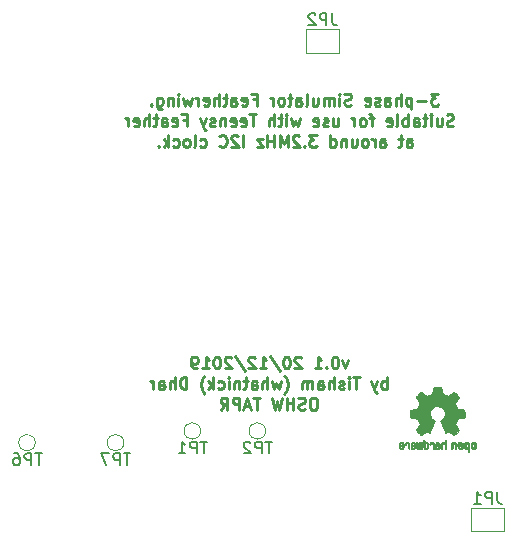
<source format=gbo>
G04 #@! TF.GenerationSoftware,KiCad,Pcbnew,(2018-02-15 revision 29b28de31)-makepkg*
G04 #@! TF.CreationDate,2019-12-21T00:19:12+11:00*
G04 #@! TF.ProjectId,Tph_Synth_Featherwing,5470685F53796E74685F466561746865,rev?*
G04 #@! TF.SameCoordinates,Original*
G04 #@! TF.FileFunction,Legend,Bot*
G04 #@! TF.FilePolarity,Positive*
%FSLAX46Y46*%
G04 Gerber Fmt 4.6, Leading zero omitted, Abs format (unit mm)*
G04 Created by KiCad (PCBNEW (2018-02-15 revision 29b28de31)-makepkg) date 12/21/19 00:19:12*
%MOMM*%
%LPD*%
G01*
G04 APERTURE LIST*
%ADD10C,0.250000*%
%ADD11C,0.010000*%
%ADD12C,0.120000*%
%ADD13C,0.150000*%
G04 APERTURE END LIST*
D10*
X118666666Y-118535714D02*
X118428571Y-119202380D01*
X118190476Y-118535714D01*
X117619047Y-118202380D02*
X117523809Y-118202380D01*
X117428571Y-118250000D01*
X117380952Y-118297619D01*
X117333333Y-118392857D01*
X117285714Y-118583333D01*
X117285714Y-118821428D01*
X117333333Y-119011904D01*
X117380952Y-119107142D01*
X117428571Y-119154761D01*
X117523809Y-119202380D01*
X117619047Y-119202380D01*
X117714285Y-119154761D01*
X117761904Y-119107142D01*
X117809523Y-119011904D01*
X117857142Y-118821428D01*
X117857142Y-118583333D01*
X117809523Y-118392857D01*
X117761904Y-118297619D01*
X117714285Y-118250000D01*
X117619047Y-118202380D01*
X116857142Y-119107142D02*
X116809523Y-119154761D01*
X116857142Y-119202380D01*
X116904761Y-119154761D01*
X116857142Y-119107142D01*
X116857142Y-119202380D01*
X115857142Y-119202380D02*
X116428571Y-119202380D01*
X116142857Y-119202380D02*
X116142857Y-118202380D01*
X116238095Y-118345238D01*
X116333333Y-118440476D01*
X116428571Y-118488095D01*
X114714285Y-118297619D02*
X114666666Y-118250000D01*
X114571428Y-118202380D01*
X114333333Y-118202380D01*
X114238095Y-118250000D01*
X114190476Y-118297619D01*
X114142857Y-118392857D01*
X114142857Y-118488095D01*
X114190476Y-118630952D01*
X114761904Y-119202380D01*
X114142857Y-119202380D01*
X113523809Y-118202380D02*
X113428571Y-118202380D01*
X113333333Y-118250000D01*
X113285714Y-118297619D01*
X113238095Y-118392857D01*
X113190476Y-118583333D01*
X113190476Y-118821428D01*
X113238095Y-119011904D01*
X113285714Y-119107142D01*
X113333333Y-119154761D01*
X113428571Y-119202380D01*
X113523809Y-119202380D01*
X113619047Y-119154761D01*
X113666666Y-119107142D01*
X113714285Y-119011904D01*
X113761904Y-118821428D01*
X113761904Y-118583333D01*
X113714285Y-118392857D01*
X113666666Y-118297619D01*
X113619047Y-118250000D01*
X113523809Y-118202380D01*
X112047619Y-118154761D02*
X112904761Y-119440476D01*
X111190476Y-119202380D02*
X111761904Y-119202380D01*
X111476190Y-119202380D02*
X111476190Y-118202380D01*
X111571428Y-118345238D01*
X111666666Y-118440476D01*
X111761904Y-118488095D01*
X110809523Y-118297619D02*
X110761904Y-118250000D01*
X110666666Y-118202380D01*
X110428571Y-118202380D01*
X110333333Y-118250000D01*
X110285714Y-118297619D01*
X110238095Y-118392857D01*
X110238095Y-118488095D01*
X110285714Y-118630952D01*
X110857142Y-119202380D01*
X110238095Y-119202380D01*
X109095238Y-118154761D02*
X109952380Y-119440476D01*
X108809523Y-118297619D02*
X108761904Y-118250000D01*
X108666666Y-118202380D01*
X108428571Y-118202380D01*
X108333333Y-118250000D01*
X108285714Y-118297619D01*
X108238095Y-118392857D01*
X108238095Y-118488095D01*
X108285714Y-118630952D01*
X108857142Y-119202380D01*
X108238095Y-119202380D01*
X107619047Y-118202380D02*
X107523809Y-118202380D01*
X107428571Y-118250000D01*
X107380952Y-118297619D01*
X107333333Y-118392857D01*
X107285714Y-118583333D01*
X107285714Y-118821428D01*
X107333333Y-119011904D01*
X107380952Y-119107142D01*
X107428571Y-119154761D01*
X107523809Y-119202380D01*
X107619047Y-119202380D01*
X107714285Y-119154761D01*
X107761904Y-119107142D01*
X107809523Y-119011904D01*
X107857142Y-118821428D01*
X107857142Y-118583333D01*
X107809523Y-118392857D01*
X107761904Y-118297619D01*
X107714285Y-118250000D01*
X107619047Y-118202380D01*
X106333333Y-119202380D02*
X106904761Y-119202380D01*
X106619047Y-119202380D02*
X106619047Y-118202380D01*
X106714285Y-118345238D01*
X106809523Y-118440476D01*
X106904761Y-118488095D01*
X105857142Y-119202380D02*
X105666666Y-119202380D01*
X105571428Y-119154761D01*
X105523809Y-119107142D01*
X105428571Y-118964285D01*
X105380952Y-118773809D01*
X105380952Y-118392857D01*
X105428571Y-118297619D01*
X105476190Y-118250000D01*
X105571428Y-118202380D01*
X105761904Y-118202380D01*
X105857142Y-118250000D01*
X105904761Y-118297619D01*
X105952380Y-118392857D01*
X105952380Y-118630952D01*
X105904761Y-118726190D01*
X105857142Y-118773809D01*
X105761904Y-118821428D01*
X105571428Y-118821428D01*
X105476190Y-118773809D01*
X105428571Y-118726190D01*
X105380952Y-118630952D01*
X121952380Y-120952380D02*
X121952380Y-119952380D01*
X121952380Y-120333333D02*
X121857142Y-120285714D01*
X121666666Y-120285714D01*
X121571428Y-120333333D01*
X121523809Y-120380952D01*
X121476190Y-120476190D01*
X121476190Y-120761904D01*
X121523809Y-120857142D01*
X121571428Y-120904761D01*
X121666666Y-120952380D01*
X121857142Y-120952380D01*
X121952380Y-120904761D01*
X121142857Y-120285714D02*
X120904761Y-120952380D01*
X120666666Y-120285714D02*
X120904761Y-120952380D01*
X121000000Y-121190476D01*
X121047619Y-121238095D01*
X121142857Y-121285714D01*
X119666666Y-119952380D02*
X119095238Y-119952380D01*
X119380952Y-120952380D02*
X119380952Y-119952380D01*
X118761904Y-120952380D02*
X118761904Y-120285714D01*
X118761904Y-119952380D02*
X118809523Y-120000000D01*
X118761904Y-120047619D01*
X118714285Y-120000000D01*
X118761904Y-119952380D01*
X118761904Y-120047619D01*
X118333333Y-120904761D02*
X118238095Y-120952380D01*
X118047619Y-120952380D01*
X117952380Y-120904761D01*
X117904761Y-120809523D01*
X117904761Y-120761904D01*
X117952380Y-120666666D01*
X118047619Y-120619047D01*
X118190476Y-120619047D01*
X118285714Y-120571428D01*
X118333333Y-120476190D01*
X118333333Y-120428571D01*
X118285714Y-120333333D01*
X118190476Y-120285714D01*
X118047619Y-120285714D01*
X117952380Y-120333333D01*
X117476190Y-120952380D02*
X117476190Y-119952380D01*
X117047619Y-120952380D02*
X117047619Y-120428571D01*
X117095238Y-120333333D01*
X117190476Y-120285714D01*
X117333333Y-120285714D01*
X117428571Y-120333333D01*
X117476190Y-120380952D01*
X116142857Y-120952380D02*
X116142857Y-120428571D01*
X116190476Y-120333333D01*
X116285714Y-120285714D01*
X116476190Y-120285714D01*
X116571428Y-120333333D01*
X116142857Y-120904761D02*
X116238095Y-120952380D01*
X116476190Y-120952380D01*
X116571428Y-120904761D01*
X116619047Y-120809523D01*
X116619047Y-120714285D01*
X116571428Y-120619047D01*
X116476190Y-120571428D01*
X116238095Y-120571428D01*
X116142857Y-120523809D01*
X115666666Y-120952380D02*
X115666666Y-120285714D01*
X115666666Y-120380952D02*
X115619047Y-120333333D01*
X115523809Y-120285714D01*
X115380952Y-120285714D01*
X115285714Y-120333333D01*
X115238095Y-120428571D01*
X115238095Y-120952380D01*
X115238095Y-120428571D02*
X115190476Y-120333333D01*
X115095238Y-120285714D01*
X114952380Y-120285714D01*
X114857142Y-120333333D01*
X114809523Y-120428571D01*
X114809523Y-120952380D01*
X113285714Y-121333333D02*
X113333333Y-121285714D01*
X113428571Y-121142857D01*
X113476190Y-121047619D01*
X113523809Y-120904761D01*
X113571428Y-120666666D01*
X113571428Y-120476190D01*
X113523809Y-120238095D01*
X113476190Y-120095238D01*
X113428571Y-120000000D01*
X113333333Y-119857142D01*
X113285714Y-119809523D01*
X113000000Y-120285714D02*
X112809523Y-120952380D01*
X112619047Y-120476190D01*
X112428571Y-120952380D01*
X112238095Y-120285714D01*
X111857142Y-120952380D02*
X111857142Y-119952380D01*
X111428571Y-120952380D02*
X111428571Y-120428571D01*
X111476190Y-120333333D01*
X111571428Y-120285714D01*
X111714285Y-120285714D01*
X111809523Y-120333333D01*
X111857142Y-120380952D01*
X110523809Y-120952380D02*
X110523809Y-120428571D01*
X110571428Y-120333333D01*
X110666666Y-120285714D01*
X110857142Y-120285714D01*
X110952380Y-120333333D01*
X110523809Y-120904761D02*
X110619047Y-120952380D01*
X110857142Y-120952380D01*
X110952380Y-120904761D01*
X111000000Y-120809523D01*
X111000000Y-120714285D01*
X110952380Y-120619047D01*
X110857142Y-120571428D01*
X110619047Y-120571428D01*
X110523809Y-120523809D01*
X110190476Y-120285714D02*
X109809523Y-120285714D01*
X110047619Y-119952380D02*
X110047619Y-120809523D01*
X110000000Y-120904761D01*
X109904761Y-120952380D01*
X109809523Y-120952380D01*
X109476190Y-120285714D02*
X109476190Y-120952380D01*
X109476190Y-120380952D02*
X109428571Y-120333333D01*
X109333333Y-120285714D01*
X109190476Y-120285714D01*
X109095238Y-120333333D01*
X109047619Y-120428571D01*
X109047619Y-120952380D01*
X108571428Y-120952380D02*
X108571428Y-120285714D01*
X108571428Y-119952380D02*
X108619047Y-120000000D01*
X108571428Y-120047619D01*
X108523809Y-120000000D01*
X108571428Y-119952380D01*
X108571428Y-120047619D01*
X107666666Y-120904761D02*
X107761904Y-120952380D01*
X107952380Y-120952380D01*
X108047619Y-120904761D01*
X108095238Y-120857142D01*
X108142857Y-120761904D01*
X108142857Y-120476190D01*
X108095238Y-120380952D01*
X108047619Y-120333333D01*
X107952380Y-120285714D01*
X107761904Y-120285714D01*
X107666666Y-120333333D01*
X107238095Y-120952380D02*
X107238095Y-119952380D01*
X107142857Y-120571428D02*
X106857142Y-120952380D01*
X106857142Y-120285714D02*
X107238095Y-120666666D01*
X106523809Y-121333333D02*
X106476190Y-121285714D01*
X106380952Y-121142857D01*
X106333333Y-121047619D01*
X106285714Y-120904761D01*
X106238095Y-120666666D01*
X106238095Y-120476190D01*
X106285714Y-120238095D01*
X106333333Y-120095238D01*
X106380952Y-120000000D01*
X106476190Y-119857142D01*
X106523809Y-119809523D01*
X105000000Y-120952380D02*
X105000000Y-119952380D01*
X104761904Y-119952380D01*
X104619047Y-120000000D01*
X104523809Y-120095238D01*
X104476190Y-120190476D01*
X104428571Y-120380952D01*
X104428571Y-120523809D01*
X104476190Y-120714285D01*
X104523809Y-120809523D01*
X104619047Y-120904761D01*
X104761904Y-120952380D01*
X105000000Y-120952380D01*
X104000000Y-120952380D02*
X104000000Y-119952380D01*
X103571428Y-120952380D02*
X103571428Y-120428571D01*
X103619047Y-120333333D01*
X103714285Y-120285714D01*
X103857142Y-120285714D01*
X103952380Y-120333333D01*
X104000000Y-120380952D01*
X102666666Y-120952380D02*
X102666666Y-120428571D01*
X102714285Y-120333333D01*
X102809523Y-120285714D01*
X103000000Y-120285714D01*
X103095238Y-120333333D01*
X102666666Y-120904761D02*
X102761904Y-120952380D01*
X103000000Y-120952380D01*
X103095238Y-120904761D01*
X103142857Y-120809523D01*
X103142857Y-120714285D01*
X103095238Y-120619047D01*
X103000000Y-120571428D01*
X102761904Y-120571428D01*
X102666666Y-120523809D01*
X102190476Y-120952380D02*
X102190476Y-120285714D01*
X102190476Y-120476190D02*
X102142857Y-120380952D01*
X102095238Y-120333333D01*
X102000000Y-120285714D01*
X101904761Y-120285714D01*
X115857142Y-121702380D02*
X115666666Y-121702380D01*
X115571428Y-121750000D01*
X115476190Y-121845238D01*
X115428571Y-122035714D01*
X115428571Y-122369047D01*
X115476190Y-122559523D01*
X115571428Y-122654761D01*
X115666666Y-122702380D01*
X115857142Y-122702380D01*
X115952380Y-122654761D01*
X116047619Y-122559523D01*
X116095238Y-122369047D01*
X116095238Y-122035714D01*
X116047619Y-121845238D01*
X115952380Y-121750000D01*
X115857142Y-121702380D01*
X115047619Y-122654761D02*
X114904761Y-122702380D01*
X114666666Y-122702380D01*
X114571428Y-122654761D01*
X114523809Y-122607142D01*
X114476190Y-122511904D01*
X114476190Y-122416666D01*
X114523809Y-122321428D01*
X114571428Y-122273809D01*
X114666666Y-122226190D01*
X114857142Y-122178571D01*
X114952380Y-122130952D01*
X115000000Y-122083333D01*
X115047619Y-121988095D01*
X115047619Y-121892857D01*
X115000000Y-121797619D01*
X114952380Y-121750000D01*
X114857142Y-121702380D01*
X114619047Y-121702380D01*
X114476190Y-121750000D01*
X114047619Y-122702380D02*
X114047619Y-121702380D01*
X114047619Y-122178571D02*
X113476190Y-122178571D01*
X113476190Y-122702380D02*
X113476190Y-121702380D01*
X113095238Y-121702380D02*
X112857142Y-122702380D01*
X112666666Y-121988095D01*
X112476190Y-122702380D01*
X112238095Y-121702380D01*
X111238095Y-121702380D02*
X110666666Y-121702380D01*
X110952380Y-122702380D02*
X110952380Y-121702380D01*
X110380952Y-122416666D02*
X109904761Y-122416666D01*
X110476190Y-122702380D02*
X110142857Y-121702380D01*
X109809523Y-122702380D01*
X109476190Y-122702380D02*
X109476190Y-121702380D01*
X109095238Y-121702380D01*
X109000000Y-121750000D01*
X108952380Y-121797619D01*
X108904761Y-121892857D01*
X108904761Y-122035714D01*
X108952380Y-122130952D01*
X109000000Y-122178571D01*
X109095238Y-122226190D01*
X109476190Y-122226190D01*
X107904761Y-122702380D02*
X108238095Y-122226190D01*
X108476190Y-122702380D02*
X108476190Y-121702380D01*
X108095238Y-121702380D01*
X108000000Y-121750000D01*
X107952380Y-121797619D01*
X107904761Y-121892857D01*
X107904761Y-122035714D01*
X107952380Y-122130952D01*
X108000000Y-122178571D01*
X108095238Y-122226190D01*
X108476190Y-122226190D01*
X126321428Y-95952380D02*
X125702380Y-95952380D01*
X126035714Y-96333333D01*
X125892857Y-96333333D01*
X125797619Y-96380952D01*
X125750000Y-96428571D01*
X125702380Y-96523809D01*
X125702380Y-96761904D01*
X125750000Y-96857142D01*
X125797619Y-96904761D01*
X125892857Y-96952380D01*
X126178571Y-96952380D01*
X126273809Y-96904761D01*
X126321428Y-96857142D01*
X125273809Y-96571428D02*
X124511904Y-96571428D01*
X124035714Y-96285714D02*
X124035714Y-97285714D01*
X124035714Y-96333333D02*
X123940476Y-96285714D01*
X123750000Y-96285714D01*
X123654761Y-96333333D01*
X123607142Y-96380952D01*
X123559523Y-96476190D01*
X123559523Y-96761904D01*
X123607142Y-96857142D01*
X123654761Y-96904761D01*
X123750000Y-96952380D01*
X123940476Y-96952380D01*
X124035714Y-96904761D01*
X123130952Y-96952380D02*
X123130952Y-95952380D01*
X122702380Y-96952380D02*
X122702380Y-96428571D01*
X122750000Y-96333333D01*
X122845238Y-96285714D01*
X122988095Y-96285714D01*
X123083333Y-96333333D01*
X123130952Y-96380952D01*
X121797619Y-96952380D02*
X121797619Y-96428571D01*
X121845238Y-96333333D01*
X121940476Y-96285714D01*
X122130952Y-96285714D01*
X122226190Y-96333333D01*
X121797619Y-96904761D02*
X121892857Y-96952380D01*
X122130952Y-96952380D01*
X122226190Y-96904761D01*
X122273809Y-96809523D01*
X122273809Y-96714285D01*
X122226190Y-96619047D01*
X122130952Y-96571428D01*
X121892857Y-96571428D01*
X121797619Y-96523809D01*
X121369047Y-96904761D02*
X121273809Y-96952380D01*
X121083333Y-96952380D01*
X120988095Y-96904761D01*
X120940476Y-96809523D01*
X120940476Y-96761904D01*
X120988095Y-96666666D01*
X121083333Y-96619047D01*
X121226190Y-96619047D01*
X121321428Y-96571428D01*
X121369047Y-96476190D01*
X121369047Y-96428571D01*
X121321428Y-96333333D01*
X121226190Y-96285714D01*
X121083333Y-96285714D01*
X120988095Y-96333333D01*
X120130952Y-96904761D02*
X120226190Y-96952380D01*
X120416666Y-96952380D01*
X120511904Y-96904761D01*
X120559523Y-96809523D01*
X120559523Y-96428571D01*
X120511904Y-96333333D01*
X120416666Y-96285714D01*
X120226190Y-96285714D01*
X120130952Y-96333333D01*
X120083333Y-96428571D01*
X120083333Y-96523809D01*
X120559523Y-96619047D01*
X118940476Y-96904761D02*
X118797619Y-96952380D01*
X118559523Y-96952380D01*
X118464285Y-96904761D01*
X118416666Y-96857142D01*
X118369047Y-96761904D01*
X118369047Y-96666666D01*
X118416666Y-96571428D01*
X118464285Y-96523809D01*
X118559523Y-96476190D01*
X118750000Y-96428571D01*
X118845238Y-96380952D01*
X118892857Y-96333333D01*
X118940476Y-96238095D01*
X118940476Y-96142857D01*
X118892857Y-96047619D01*
X118845238Y-96000000D01*
X118750000Y-95952380D01*
X118511904Y-95952380D01*
X118369047Y-96000000D01*
X117940476Y-96952380D02*
X117940476Y-96285714D01*
X117940476Y-95952380D02*
X117988095Y-96000000D01*
X117940476Y-96047619D01*
X117892857Y-96000000D01*
X117940476Y-95952380D01*
X117940476Y-96047619D01*
X117464285Y-96952380D02*
X117464285Y-96285714D01*
X117464285Y-96380952D02*
X117416666Y-96333333D01*
X117321428Y-96285714D01*
X117178571Y-96285714D01*
X117083333Y-96333333D01*
X117035714Y-96428571D01*
X117035714Y-96952380D01*
X117035714Y-96428571D02*
X116988095Y-96333333D01*
X116892857Y-96285714D01*
X116750000Y-96285714D01*
X116654761Y-96333333D01*
X116607142Y-96428571D01*
X116607142Y-96952380D01*
X115702380Y-96285714D02*
X115702380Y-96952380D01*
X116130952Y-96285714D02*
X116130952Y-96809523D01*
X116083333Y-96904761D01*
X115988095Y-96952380D01*
X115845238Y-96952380D01*
X115750000Y-96904761D01*
X115702380Y-96857142D01*
X115083333Y-96952380D02*
X115178571Y-96904761D01*
X115226190Y-96809523D01*
X115226190Y-95952380D01*
X114273809Y-96952380D02*
X114273809Y-96428571D01*
X114321428Y-96333333D01*
X114416666Y-96285714D01*
X114607142Y-96285714D01*
X114702380Y-96333333D01*
X114273809Y-96904761D02*
X114369047Y-96952380D01*
X114607142Y-96952380D01*
X114702380Y-96904761D01*
X114750000Y-96809523D01*
X114750000Y-96714285D01*
X114702380Y-96619047D01*
X114607142Y-96571428D01*
X114369047Y-96571428D01*
X114273809Y-96523809D01*
X113940476Y-96285714D02*
X113559523Y-96285714D01*
X113797619Y-95952380D02*
X113797619Y-96809523D01*
X113750000Y-96904761D01*
X113654761Y-96952380D01*
X113559523Y-96952380D01*
X113083333Y-96952380D02*
X113178571Y-96904761D01*
X113226190Y-96857142D01*
X113273809Y-96761904D01*
X113273809Y-96476190D01*
X113226190Y-96380952D01*
X113178571Y-96333333D01*
X113083333Y-96285714D01*
X112940476Y-96285714D01*
X112845238Y-96333333D01*
X112797619Y-96380952D01*
X112750000Y-96476190D01*
X112750000Y-96761904D01*
X112797619Y-96857142D01*
X112845238Y-96904761D01*
X112940476Y-96952380D01*
X113083333Y-96952380D01*
X112321428Y-96952380D02*
X112321428Y-96285714D01*
X112321428Y-96476190D02*
X112273809Y-96380952D01*
X112226190Y-96333333D01*
X112130952Y-96285714D01*
X112035714Y-96285714D01*
X110607142Y-96428571D02*
X110940476Y-96428571D01*
X110940476Y-96952380D02*
X110940476Y-95952380D01*
X110464285Y-95952380D01*
X109702380Y-96904761D02*
X109797619Y-96952380D01*
X109988095Y-96952380D01*
X110083333Y-96904761D01*
X110130952Y-96809523D01*
X110130952Y-96428571D01*
X110083333Y-96333333D01*
X109988095Y-96285714D01*
X109797619Y-96285714D01*
X109702380Y-96333333D01*
X109654761Y-96428571D01*
X109654761Y-96523809D01*
X110130952Y-96619047D01*
X108797619Y-96952380D02*
X108797619Y-96428571D01*
X108845238Y-96333333D01*
X108940476Y-96285714D01*
X109130952Y-96285714D01*
X109226190Y-96333333D01*
X108797619Y-96904761D02*
X108892857Y-96952380D01*
X109130952Y-96952380D01*
X109226190Y-96904761D01*
X109273809Y-96809523D01*
X109273809Y-96714285D01*
X109226190Y-96619047D01*
X109130952Y-96571428D01*
X108892857Y-96571428D01*
X108797619Y-96523809D01*
X108464285Y-96285714D02*
X108083333Y-96285714D01*
X108321428Y-95952380D02*
X108321428Y-96809523D01*
X108273809Y-96904761D01*
X108178571Y-96952380D01*
X108083333Y-96952380D01*
X107750000Y-96952380D02*
X107750000Y-95952380D01*
X107321428Y-96952380D02*
X107321428Y-96428571D01*
X107369047Y-96333333D01*
X107464285Y-96285714D01*
X107607142Y-96285714D01*
X107702380Y-96333333D01*
X107750000Y-96380952D01*
X106464285Y-96904761D02*
X106559523Y-96952380D01*
X106750000Y-96952380D01*
X106845238Y-96904761D01*
X106892857Y-96809523D01*
X106892857Y-96428571D01*
X106845238Y-96333333D01*
X106750000Y-96285714D01*
X106559523Y-96285714D01*
X106464285Y-96333333D01*
X106416666Y-96428571D01*
X106416666Y-96523809D01*
X106892857Y-96619047D01*
X105988095Y-96952380D02*
X105988095Y-96285714D01*
X105988095Y-96476190D02*
X105940476Y-96380952D01*
X105892857Y-96333333D01*
X105797619Y-96285714D01*
X105702380Y-96285714D01*
X105464285Y-96285714D02*
X105273809Y-96952380D01*
X105083333Y-96476190D01*
X104892857Y-96952380D01*
X104702380Y-96285714D01*
X104321428Y-96952380D02*
X104321428Y-96285714D01*
X104321428Y-95952380D02*
X104369047Y-96000000D01*
X104321428Y-96047619D01*
X104273809Y-96000000D01*
X104321428Y-95952380D01*
X104321428Y-96047619D01*
X103845238Y-96285714D02*
X103845238Y-96952380D01*
X103845238Y-96380952D02*
X103797619Y-96333333D01*
X103702380Y-96285714D01*
X103559523Y-96285714D01*
X103464285Y-96333333D01*
X103416666Y-96428571D01*
X103416666Y-96952380D01*
X102511904Y-96285714D02*
X102511904Y-97095238D01*
X102559523Y-97190476D01*
X102607142Y-97238095D01*
X102702380Y-97285714D01*
X102845238Y-97285714D01*
X102940476Y-97238095D01*
X102511904Y-96904761D02*
X102607142Y-96952380D01*
X102797619Y-96952380D01*
X102892857Y-96904761D01*
X102940476Y-96857142D01*
X102988095Y-96761904D01*
X102988095Y-96476190D01*
X102940476Y-96380952D01*
X102892857Y-96333333D01*
X102797619Y-96285714D01*
X102607142Y-96285714D01*
X102511904Y-96333333D01*
X102035714Y-96857142D02*
X101988095Y-96904761D01*
X102035714Y-96952380D01*
X102083333Y-96904761D01*
X102035714Y-96857142D01*
X102035714Y-96952380D01*
X127607142Y-98654761D02*
X127464285Y-98702380D01*
X127226190Y-98702380D01*
X127130952Y-98654761D01*
X127083333Y-98607142D01*
X127035714Y-98511904D01*
X127035714Y-98416666D01*
X127083333Y-98321428D01*
X127130952Y-98273809D01*
X127226190Y-98226190D01*
X127416666Y-98178571D01*
X127511904Y-98130952D01*
X127559523Y-98083333D01*
X127607142Y-97988095D01*
X127607142Y-97892857D01*
X127559523Y-97797619D01*
X127511904Y-97750000D01*
X127416666Y-97702380D01*
X127178571Y-97702380D01*
X127035714Y-97750000D01*
X126178571Y-98035714D02*
X126178571Y-98702380D01*
X126607142Y-98035714D02*
X126607142Y-98559523D01*
X126559523Y-98654761D01*
X126464285Y-98702380D01*
X126321428Y-98702380D01*
X126226190Y-98654761D01*
X126178571Y-98607142D01*
X125702380Y-98702380D02*
X125702380Y-98035714D01*
X125702380Y-97702380D02*
X125750000Y-97750000D01*
X125702380Y-97797619D01*
X125654761Y-97750000D01*
X125702380Y-97702380D01*
X125702380Y-97797619D01*
X125369047Y-98035714D02*
X124988095Y-98035714D01*
X125226190Y-97702380D02*
X125226190Y-98559523D01*
X125178571Y-98654761D01*
X125083333Y-98702380D01*
X124988095Y-98702380D01*
X124226190Y-98702380D02*
X124226190Y-98178571D01*
X124273809Y-98083333D01*
X124369047Y-98035714D01*
X124559523Y-98035714D01*
X124654761Y-98083333D01*
X124226190Y-98654761D02*
X124321428Y-98702380D01*
X124559523Y-98702380D01*
X124654761Y-98654761D01*
X124702380Y-98559523D01*
X124702380Y-98464285D01*
X124654761Y-98369047D01*
X124559523Y-98321428D01*
X124321428Y-98321428D01*
X124226190Y-98273809D01*
X123750000Y-98702380D02*
X123750000Y-97702380D01*
X123750000Y-98083333D02*
X123654761Y-98035714D01*
X123464285Y-98035714D01*
X123369047Y-98083333D01*
X123321428Y-98130952D01*
X123273809Y-98226190D01*
X123273809Y-98511904D01*
X123321428Y-98607142D01*
X123369047Y-98654761D01*
X123464285Y-98702380D01*
X123654761Y-98702380D01*
X123750000Y-98654761D01*
X122702380Y-98702380D02*
X122797619Y-98654761D01*
X122845238Y-98559523D01*
X122845238Y-97702380D01*
X121940476Y-98654761D02*
X122035714Y-98702380D01*
X122226190Y-98702380D01*
X122321428Y-98654761D01*
X122369047Y-98559523D01*
X122369047Y-98178571D01*
X122321428Y-98083333D01*
X122226190Y-98035714D01*
X122035714Y-98035714D01*
X121940476Y-98083333D01*
X121892857Y-98178571D01*
X121892857Y-98273809D01*
X122369047Y-98369047D01*
X120845238Y-98035714D02*
X120464285Y-98035714D01*
X120702380Y-98702380D02*
X120702380Y-97845238D01*
X120654761Y-97750000D01*
X120559523Y-97702380D01*
X120464285Y-97702380D01*
X119988095Y-98702380D02*
X120083333Y-98654761D01*
X120130952Y-98607142D01*
X120178571Y-98511904D01*
X120178571Y-98226190D01*
X120130952Y-98130952D01*
X120083333Y-98083333D01*
X119988095Y-98035714D01*
X119845238Y-98035714D01*
X119750000Y-98083333D01*
X119702380Y-98130952D01*
X119654761Y-98226190D01*
X119654761Y-98511904D01*
X119702380Y-98607142D01*
X119750000Y-98654761D01*
X119845238Y-98702380D01*
X119988095Y-98702380D01*
X119226190Y-98702380D02*
X119226190Y-98035714D01*
X119226190Y-98226190D02*
X119178571Y-98130952D01*
X119130952Y-98083333D01*
X119035714Y-98035714D01*
X118940476Y-98035714D01*
X117416666Y-98035714D02*
X117416666Y-98702380D01*
X117845238Y-98035714D02*
X117845238Y-98559523D01*
X117797619Y-98654761D01*
X117702380Y-98702380D01*
X117559523Y-98702380D01*
X117464285Y-98654761D01*
X117416666Y-98607142D01*
X116988095Y-98654761D02*
X116892857Y-98702380D01*
X116702380Y-98702380D01*
X116607142Y-98654761D01*
X116559523Y-98559523D01*
X116559523Y-98511904D01*
X116607142Y-98416666D01*
X116702380Y-98369047D01*
X116845238Y-98369047D01*
X116940476Y-98321428D01*
X116988095Y-98226190D01*
X116988095Y-98178571D01*
X116940476Y-98083333D01*
X116845238Y-98035714D01*
X116702380Y-98035714D01*
X116607142Y-98083333D01*
X115750000Y-98654761D02*
X115845238Y-98702380D01*
X116035714Y-98702380D01*
X116130952Y-98654761D01*
X116178571Y-98559523D01*
X116178571Y-98178571D01*
X116130952Y-98083333D01*
X116035714Y-98035714D01*
X115845238Y-98035714D01*
X115750000Y-98083333D01*
X115702380Y-98178571D01*
X115702380Y-98273809D01*
X116178571Y-98369047D01*
X114607142Y-98035714D02*
X114416666Y-98702380D01*
X114226190Y-98226190D01*
X114035714Y-98702380D01*
X113845238Y-98035714D01*
X113464285Y-98702380D02*
X113464285Y-98035714D01*
X113464285Y-97702380D02*
X113511904Y-97750000D01*
X113464285Y-97797619D01*
X113416666Y-97750000D01*
X113464285Y-97702380D01*
X113464285Y-97797619D01*
X113130952Y-98035714D02*
X112750000Y-98035714D01*
X112988095Y-97702380D02*
X112988095Y-98559523D01*
X112940476Y-98654761D01*
X112845238Y-98702380D01*
X112750000Y-98702380D01*
X112416666Y-98702380D02*
X112416666Y-97702380D01*
X111988095Y-98702380D02*
X111988095Y-98178571D01*
X112035714Y-98083333D01*
X112130952Y-98035714D01*
X112273809Y-98035714D01*
X112369047Y-98083333D01*
X112416666Y-98130952D01*
X110892857Y-97702380D02*
X110321428Y-97702380D01*
X110607142Y-98702380D02*
X110607142Y-97702380D01*
X109607142Y-98654761D02*
X109702380Y-98702380D01*
X109892857Y-98702380D01*
X109988095Y-98654761D01*
X110035714Y-98559523D01*
X110035714Y-98178571D01*
X109988095Y-98083333D01*
X109892857Y-98035714D01*
X109702380Y-98035714D01*
X109607142Y-98083333D01*
X109559523Y-98178571D01*
X109559523Y-98273809D01*
X110035714Y-98369047D01*
X108750000Y-98654761D02*
X108845238Y-98702380D01*
X109035714Y-98702380D01*
X109130952Y-98654761D01*
X109178571Y-98559523D01*
X109178571Y-98178571D01*
X109130952Y-98083333D01*
X109035714Y-98035714D01*
X108845238Y-98035714D01*
X108750000Y-98083333D01*
X108702380Y-98178571D01*
X108702380Y-98273809D01*
X109178571Y-98369047D01*
X108273809Y-98035714D02*
X108273809Y-98702380D01*
X108273809Y-98130952D02*
X108226190Y-98083333D01*
X108130952Y-98035714D01*
X107988095Y-98035714D01*
X107892857Y-98083333D01*
X107845238Y-98178571D01*
X107845238Y-98702380D01*
X107416666Y-98654761D02*
X107321428Y-98702380D01*
X107130952Y-98702380D01*
X107035714Y-98654761D01*
X106988095Y-98559523D01*
X106988095Y-98511904D01*
X107035714Y-98416666D01*
X107130952Y-98369047D01*
X107273809Y-98369047D01*
X107369047Y-98321428D01*
X107416666Y-98226190D01*
X107416666Y-98178571D01*
X107369047Y-98083333D01*
X107273809Y-98035714D01*
X107130952Y-98035714D01*
X107035714Y-98083333D01*
X106654761Y-98035714D02*
X106416666Y-98702380D01*
X106178571Y-98035714D02*
X106416666Y-98702380D01*
X106511904Y-98940476D01*
X106559523Y-98988095D01*
X106654761Y-99035714D01*
X104702380Y-98178571D02*
X105035714Y-98178571D01*
X105035714Y-98702380D02*
X105035714Y-97702380D01*
X104559523Y-97702380D01*
X103797619Y-98654761D02*
X103892857Y-98702380D01*
X104083333Y-98702380D01*
X104178571Y-98654761D01*
X104226190Y-98559523D01*
X104226190Y-98178571D01*
X104178571Y-98083333D01*
X104083333Y-98035714D01*
X103892857Y-98035714D01*
X103797619Y-98083333D01*
X103750000Y-98178571D01*
X103750000Y-98273809D01*
X104226190Y-98369047D01*
X102892857Y-98702380D02*
X102892857Y-98178571D01*
X102940476Y-98083333D01*
X103035714Y-98035714D01*
X103226190Y-98035714D01*
X103321428Y-98083333D01*
X102892857Y-98654761D02*
X102988095Y-98702380D01*
X103226190Y-98702380D01*
X103321428Y-98654761D01*
X103369047Y-98559523D01*
X103369047Y-98464285D01*
X103321428Y-98369047D01*
X103226190Y-98321428D01*
X102988095Y-98321428D01*
X102892857Y-98273809D01*
X102559523Y-98035714D02*
X102178571Y-98035714D01*
X102416666Y-97702380D02*
X102416666Y-98559523D01*
X102369047Y-98654761D01*
X102273809Y-98702380D01*
X102178571Y-98702380D01*
X101845238Y-98702380D02*
X101845238Y-97702380D01*
X101416666Y-98702380D02*
X101416666Y-98178571D01*
X101464285Y-98083333D01*
X101559523Y-98035714D01*
X101702380Y-98035714D01*
X101797619Y-98083333D01*
X101845238Y-98130952D01*
X100559523Y-98654761D02*
X100654761Y-98702380D01*
X100845238Y-98702380D01*
X100940476Y-98654761D01*
X100988095Y-98559523D01*
X100988095Y-98178571D01*
X100940476Y-98083333D01*
X100845238Y-98035714D01*
X100654761Y-98035714D01*
X100559523Y-98083333D01*
X100511904Y-98178571D01*
X100511904Y-98273809D01*
X100988095Y-98369047D01*
X100083333Y-98702380D02*
X100083333Y-98035714D01*
X100083333Y-98226190D02*
X100035714Y-98130952D01*
X99988095Y-98083333D01*
X99892857Y-98035714D01*
X99797619Y-98035714D01*
X123654761Y-100452380D02*
X123654761Y-99928571D01*
X123702380Y-99833333D01*
X123797619Y-99785714D01*
X123988095Y-99785714D01*
X124083333Y-99833333D01*
X123654761Y-100404761D02*
X123750000Y-100452380D01*
X123988095Y-100452380D01*
X124083333Y-100404761D01*
X124130952Y-100309523D01*
X124130952Y-100214285D01*
X124083333Y-100119047D01*
X123988095Y-100071428D01*
X123750000Y-100071428D01*
X123654761Y-100023809D01*
X123321428Y-99785714D02*
X122940476Y-99785714D01*
X123178571Y-99452380D02*
X123178571Y-100309523D01*
X123130952Y-100404761D01*
X123035714Y-100452380D01*
X122940476Y-100452380D01*
X121416666Y-100452380D02*
X121416666Y-99928571D01*
X121464285Y-99833333D01*
X121559523Y-99785714D01*
X121750000Y-99785714D01*
X121845238Y-99833333D01*
X121416666Y-100404761D02*
X121511904Y-100452380D01*
X121750000Y-100452380D01*
X121845238Y-100404761D01*
X121892857Y-100309523D01*
X121892857Y-100214285D01*
X121845238Y-100119047D01*
X121750000Y-100071428D01*
X121511904Y-100071428D01*
X121416666Y-100023809D01*
X120940476Y-100452380D02*
X120940476Y-99785714D01*
X120940476Y-99976190D02*
X120892857Y-99880952D01*
X120845238Y-99833333D01*
X120750000Y-99785714D01*
X120654761Y-99785714D01*
X120178571Y-100452380D02*
X120273809Y-100404761D01*
X120321428Y-100357142D01*
X120369047Y-100261904D01*
X120369047Y-99976190D01*
X120321428Y-99880952D01*
X120273809Y-99833333D01*
X120178571Y-99785714D01*
X120035714Y-99785714D01*
X119940476Y-99833333D01*
X119892857Y-99880952D01*
X119845238Y-99976190D01*
X119845238Y-100261904D01*
X119892857Y-100357142D01*
X119940476Y-100404761D01*
X120035714Y-100452380D01*
X120178571Y-100452380D01*
X118988095Y-99785714D02*
X118988095Y-100452380D01*
X119416666Y-99785714D02*
X119416666Y-100309523D01*
X119369047Y-100404761D01*
X119273809Y-100452380D01*
X119130952Y-100452380D01*
X119035714Y-100404761D01*
X118988095Y-100357142D01*
X118511904Y-99785714D02*
X118511904Y-100452380D01*
X118511904Y-99880952D02*
X118464285Y-99833333D01*
X118369047Y-99785714D01*
X118226190Y-99785714D01*
X118130952Y-99833333D01*
X118083333Y-99928571D01*
X118083333Y-100452380D01*
X117178571Y-100452380D02*
X117178571Y-99452380D01*
X117178571Y-100404761D02*
X117273809Y-100452380D01*
X117464285Y-100452380D01*
X117559523Y-100404761D01*
X117607142Y-100357142D01*
X117654761Y-100261904D01*
X117654761Y-99976190D01*
X117607142Y-99880952D01*
X117559523Y-99833333D01*
X117464285Y-99785714D01*
X117273809Y-99785714D01*
X117178571Y-99833333D01*
X116035714Y-99452380D02*
X115416666Y-99452380D01*
X115750000Y-99833333D01*
X115607142Y-99833333D01*
X115511904Y-99880952D01*
X115464285Y-99928571D01*
X115416666Y-100023809D01*
X115416666Y-100261904D01*
X115464285Y-100357142D01*
X115511904Y-100404761D01*
X115607142Y-100452380D01*
X115892857Y-100452380D01*
X115988095Y-100404761D01*
X116035714Y-100357142D01*
X114988095Y-100357142D02*
X114940476Y-100404761D01*
X114988095Y-100452380D01*
X115035714Y-100404761D01*
X114988095Y-100357142D01*
X114988095Y-100452380D01*
X114559523Y-99547619D02*
X114511904Y-99500000D01*
X114416666Y-99452380D01*
X114178571Y-99452380D01*
X114083333Y-99500000D01*
X114035714Y-99547619D01*
X113988095Y-99642857D01*
X113988095Y-99738095D01*
X114035714Y-99880952D01*
X114607142Y-100452380D01*
X113988095Y-100452380D01*
X113559523Y-100452380D02*
X113559523Y-99452380D01*
X113226190Y-100166666D01*
X112892857Y-99452380D01*
X112892857Y-100452380D01*
X112416666Y-100452380D02*
X112416666Y-99452380D01*
X112416666Y-99928571D02*
X111845238Y-99928571D01*
X111845238Y-100452380D02*
X111845238Y-99452380D01*
X111464285Y-99785714D02*
X110940476Y-99785714D01*
X111464285Y-100452380D01*
X110940476Y-100452380D01*
X109797619Y-100452380D02*
X109797619Y-99452380D01*
X109369047Y-99547619D02*
X109321428Y-99500000D01*
X109226190Y-99452380D01*
X108988095Y-99452380D01*
X108892857Y-99500000D01*
X108845238Y-99547619D01*
X108797619Y-99642857D01*
X108797619Y-99738095D01*
X108845238Y-99880952D01*
X109416666Y-100452380D01*
X108797619Y-100452380D01*
X107797619Y-100357142D02*
X107845238Y-100404761D01*
X107988095Y-100452380D01*
X108083333Y-100452380D01*
X108226190Y-100404761D01*
X108321428Y-100309523D01*
X108369047Y-100214285D01*
X108416666Y-100023809D01*
X108416666Y-99880952D01*
X108369047Y-99690476D01*
X108321428Y-99595238D01*
X108226190Y-99500000D01*
X108083333Y-99452380D01*
X107988095Y-99452380D01*
X107845238Y-99500000D01*
X107797619Y-99547619D01*
X106178571Y-100404761D02*
X106273809Y-100452380D01*
X106464285Y-100452380D01*
X106559523Y-100404761D01*
X106607142Y-100357142D01*
X106654761Y-100261904D01*
X106654761Y-99976190D01*
X106607142Y-99880952D01*
X106559523Y-99833333D01*
X106464285Y-99785714D01*
X106273809Y-99785714D01*
X106178571Y-99833333D01*
X105607142Y-100452380D02*
X105702380Y-100404761D01*
X105750000Y-100309523D01*
X105750000Y-99452380D01*
X105083333Y-100452380D02*
X105178571Y-100404761D01*
X105226190Y-100357142D01*
X105273809Y-100261904D01*
X105273809Y-99976190D01*
X105226190Y-99880952D01*
X105178571Y-99833333D01*
X105083333Y-99785714D01*
X104940476Y-99785714D01*
X104845238Y-99833333D01*
X104797619Y-99880952D01*
X104750000Y-99976190D01*
X104750000Y-100261904D01*
X104797619Y-100357142D01*
X104845238Y-100404761D01*
X104940476Y-100452380D01*
X105083333Y-100452380D01*
X103892857Y-100404761D02*
X103988095Y-100452380D01*
X104178571Y-100452380D01*
X104273809Y-100404761D01*
X104321428Y-100357142D01*
X104369047Y-100261904D01*
X104369047Y-99976190D01*
X104321428Y-99880952D01*
X104273809Y-99833333D01*
X104178571Y-99785714D01*
X103988095Y-99785714D01*
X103892857Y-99833333D01*
X103464285Y-100452380D02*
X103464285Y-99452380D01*
X103369047Y-100071428D02*
X103083333Y-100452380D01*
X103083333Y-99785714D02*
X103464285Y-100166666D01*
X102654761Y-100357142D02*
X102607142Y-100404761D01*
X102654761Y-100452380D01*
X102702380Y-100404761D01*
X102654761Y-100357142D01*
X102654761Y-100452380D01*
D11*
G36*
X128650256Y-125419918D02*
X128594799Y-125447568D01*
X128545852Y-125498480D01*
X128532371Y-125517338D01*
X128517686Y-125542015D01*
X128508158Y-125568816D01*
X128502707Y-125604587D01*
X128500253Y-125656169D01*
X128499714Y-125724267D01*
X128502148Y-125817588D01*
X128510606Y-125887657D01*
X128526826Y-125939931D01*
X128552546Y-125979869D01*
X128589503Y-126012929D01*
X128592218Y-126014886D01*
X128628640Y-126034908D01*
X128672498Y-126044815D01*
X128728276Y-126047257D01*
X128818952Y-126047257D01*
X128818990Y-126135283D01*
X128819834Y-126184308D01*
X128824976Y-126213065D01*
X128838413Y-126230311D01*
X128864142Y-126244808D01*
X128870321Y-126247769D01*
X128899236Y-126261648D01*
X128921624Y-126270414D01*
X128938271Y-126271171D01*
X128949964Y-126261023D01*
X128957490Y-126237073D01*
X128961634Y-126196426D01*
X128963185Y-126136186D01*
X128962929Y-126053455D01*
X128961651Y-125945339D01*
X128961252Y-125913000D01*
X128959815Y-125801524D01*
X128958528Y-125728603D01*
X128819029Y-125728603D01*
X128818245Y-125790499D01*
X128814760Y-125830997D01*
X128806876Y-125857708D01*
X128792895Y-125878244D01*
X128783403Y-125888260D01*
X128744596Y-125917567D01*
X128710237Y-125919952D01*
X128674784Y-125895750D01*
X128673886Y-125894857D01*
X128659461Y-125876153D01*
X128650687Y-125850732D01*
X128646261Y-125811584D01*
X128644882Y-125751697D01*
X128644857Y-125738430D01*
X128648188Y-125655901D01*
X128659031Y-125598691D01*
X128678660Y-125563766D01*
X128708350Y-125548094D01*
X128725509Y-125546514D01*
X128766234Y-125553926D01*
X128794168Y-125578330D01*
X128810983Y-125622980D01*
X128818350Y-125691130D01*
X128819029Y-125728603D01*
X128958528Y-125728603D01*
X128958292Y-125715245D01*
X128956323Y-125650333D01*
X128953550Y-125602958D01*
X128949612Y-125569290D01*
X128944151Y-125545498D01*
X128936808Y-125527753D01*
X128927223Y-125512224D01*
X128923113Y-125506381D01*
X128868595Y-125451185D01*
X128799664Y-125419890D01*
X128719928Y-125411165D01*
X128650256Y-125419918D01*
X128650256Y-125419918D01*
G37*
X128650256Y-125419918D02*
X128594799Y-125447568D01*
X128545852Y-125498480D01*
X128532371Y-125517338D01*
X128517686Y-125542015D01*
X128508158Y-125568816D01*
X128502707Y-125604587D01*
X128500253Y-125656169D01*
X128499714Y-125724267D01*
X128502148Y-125817588D01*
X128510606Y-125887657D01*
X128526826Y-125939931D01*
X128552546Y-125979869D01*
X128589503Y-126012929D01*
X128592218Y-126014886D01*
X128628640Y-126034908D01*
X128672498Y-126044815D01*
X128728276Y-126047257D01*
X128818952Y-126047257D01*
X128818990Y-126135283D01*
X128819834Y-126184308D01*
X128824976Y-126213065D01*
X128838413Y-126230311D01*
X128864142Y-126244808D01*
X128870321Y-126247769D01*
X128899236Y-126261648D01*
X128921624Y-126270414D01*
X128938271Y-126271171D01*
X128949964Y-126261023D01*
X128957490Y-126237073D01*
X128961634Y-126196426D01*
X128963185Y-126136186D01*
X128962929Y-126053455D01*
X128961651Y-125945339D01*
X128961252Y-125913000D01*
X128959815Y-125801524D01*
X128958528Y-125728603D01*
X128819029Y-125728603D01*
X128818245Y-125790499D01*
X128814760Y-125830997D01*
X128806876Y-125857708D01*
X128792895Y-125878244D01*
X128783403Y-125888260D01*
X128744596Y-125917567D01*
X128710237Y-125919952D01*
X128674784Y-125895750D01*
X128673886Y-125894857D01*
X128659461Y-125876153D01*
X128650687Y-125850732D01*
X128646261Y-125811584D01*
X128644882Y-125751697D01*
X128644857Y-125738430D01*
X128648188Y-125655901D01*
X128659031Y-125598691D01*
X128678660Y-125563766D01*
X128708350Y-125548094D01*
X128725509Y-125546514D01*
X128766234Y-125553926D01*
X128794168Y-125578330D01*
X128810983Y-125622980D01*
X128818350Y-125691130D01*
X128819029Y-125728603D01*
X128958528Y-125728603D01*
X128958292Y-125715245D01*
X128956323Y-125650333D01*
X128953550Y-125602958D01*
X128949612Y-125569290D01*
X128944151Y-125545498D01*
X128936808Y-125527753D01*
X128927223Y-125512224D01*
X128923113Y-125506381D01*
X128868595Y-125451185D01*
X128799664Y-125419890D01*
X128719928Y-125411165D01*
X128650256Y-125419918D01*
G36*
X127533907Y-125427780D02*
X127487328Y-125454723D01*
X127454943Y-125481466D01*
X127431258Y-125509484D01*
X127414941Y-125543748D01*
X127404661Y-125589227D01*
X127399086Y-125650892D01*
X127396884Y-125733711D01*
X127396629Y-125793246D01*
X127396629Y-126012391D01*
X127458314Y-126040044D01*
X127520000Y-126067697D01*
X127527257Y-125827670D01*
X127530256Y-125738028D01*
X127533402Y-125672962D01*
X127537299Y-125628026D01*
X127542553Y-125598770D01*
X127549769Y-125580748D01*
X127559550Y-125569511D01*
X127562688Y-125567079D01*
X127610239Y-125548083D01*
X127658303Y-125555600D01*
X127686914Y-125575543D01*
X127698553Y-125589675D01*
X127706609Y-125608220D01*
X127711729Y-125636334D01*
X127714559Y-125679173D01*
X127715744Y-125741895D01*
X127715943Y-125807261D01*
X127715982Y-125889268D01*
X127717386Y-125947316D01*
X127722086Y-125986465D01*
X127732013Y-126011780D01*
X127749097Y-126028323D01*
X127775268Y-126041156D01*
X127810225Y-126054491D01*
X127848404Y-126069007D01*
X127843859Y-125811389D01*
X127842029Y-125718519D01*
X127839888Y-125649889D01*
X127836819Y-125600711D01*
X127832206Y-125566198D01*
X127825432Y-125541562D01*
X127815881Y-125522016D01*
X127804366Y-125504770D01*
X127748810Y-125449680D01*
X127681020Y-125417822D01*
X127607287Y-125410191D01*
X127533907Y-125427780D01*
X127533907Y-125427780D01*
G37*
X127533907Y-125427780D02*
X127487328Y-125454723D01*
X127454943Y-125481466D01*
X127431258Y-125509484D01*
X127414941Y-125543748D01*
X127404661Y-125589227D01*
X127399086Y-125650892D01*
X127396884Y-125733711D01*
X127396629Y-125793246D01*
X127396629Y-126012391D01*
X127458314Y-126040044D01*
X127520000Y-126067697D01*
X127527257Y-125827670D01*
X127530256Y-125738028D01*
X127533402Y-125672962D01*
X127537299Y-125628026D01*
X127542553Y-125598770D01*
X127549769Y-125580748D01*
X127559550Y-125569511D01*
X127562688Y-125567079D01*
X127610239Y-125548083D01*
X127658303Y-125555600D01*
X127686914Y-125575543D01*
X127698553Y-125589675D01*
X127706609Y-125608220D01*
X127711729Y-125636334D01*
X127714559Y-125679173D01*
X127715744Y-125741895D01*
X127715943Y-125807261D01*
X127715982Y-125889268D01*
X127717386Y-125947316D01*
X127722086Y-125986465D01*
X127732013Y-126011780D01*
X127749097Y-126028323D01*
X127775268Y-126041156D01*
X127810225Y-126054491D01*
X127848404Y-126069007D01*
X127843859Y-125811389D01*
X127842029Y-125718519D01*
X127839888Y-125649889D01*
X127836819Y-125600711D01*
X127832206Y-125566198D01*
X127825432Y-125541562D01*
X127815881Y-125522016D01*
X127804366Y-125504770D01*
X127748810Y-125449680D01*
X127681020Y-125417822D01*
X127607287Y-125410191D01*
X127533907Y-125427780D01*
G36*
X129208885Y-125421962D02*
X129140855Y-125457733D01*
X129090649Y-125515301D01*
X129072815Y-125552312D01*
X129058937Y-125607882D01*
X129051833Y-125678096D01*
X129051160Y-125754727D01*
X129056573Y-125829552D01*
X129067730Y-125894342D01*
X129084286Y-125940873D01*
X129089374Y-125948887D01*
X129149645Y-126008707D01*
X129221231Y-126044535D01*
X129298908Y-126055020D01*
X129377452Y-126038810D01*
X129399311Y-126029092D01*
X129441878Y-125999143D01*
X129479237Y-125959433D01*
X129482768Y-125954397D01*
X129497119Y-125930124D01*
X129506606Y-125904178D01*
X129512210Y-125870022D01*
X129514914Y-125821119D01*
X129515701Y-125750935D01*
X129515714Y-125735200D01*
X129515678Y-125730192D01*
X129370571Y-125730192D01*
X129369727Y-125796430D01*
X129366404Y-125840386D01*
X129359417Y-125868779D01*
X129347584Y-125888325D01*
X129341543Y-125894857D01*
X129306814Y-125919680D01*
X129273097Y-125918548D01*
X129239005Y-125897016D01*
X129218671Y-125874029D01*
X129206629Y-125840478D01*
X129199866Y-125787569D01*
X129199402Y-125781399D01*
X129198248Y-125685513D01*
X129210312Y-125614299D01*
X129235430Y-125568194D01*
X129273440Y-125547635D01*
X129287008Y-125546514D01*
X129322636Y-125552152D01*
X129347006Y-125571686D01*
X129361907Y-125609042D01*
X129369125Y-125668150D01*
X129370571Y-125730192D01*
X129515678Y-125730192D01*
X129515174Y-125660413D01*
X129512904Y-125608159D01*
X129507932Y-125571949D01*
X129499287Y-125545299D01*
X129485995Y-125521722D01*
X129483057Y-125517338D01*
X129433687Y-125458249D01*
X129379891Y-125423947D01*
X129314398Y-125410331D01*
X129292158Y-125409665D01*
X129208885Y-125421962D01*
X129208885Y-125421962D01*
G37*
X129208885Y-125421962D02*
X129140855Y-125457733D01*
X129090649Y-125515301D01*
X129072815Y-125552312D01*
X129058937Y-125607882D01*
X129051833Y-125678096D01*
X129051160Y-125754727D01*
X129056573Y-125829552D01*
X129067730Y-125894342D01*
X129084286Y-125940873D01*
X129089374Y-125948887D01*
X129149645Y-126008707D01*
X129221231Y-126044535D01*
X129298908Y-126055020D01*
X129377452Y-126038810D01*
X129399311Y-126029092D01*
X129441878Y-125999143D01*
X129479237Y-125959433D01*
X129482768Y-125954397D01*
X129497119Y-125930124D01*
X129506606Y-125904178D01*
X129512210Y-125870022D01*
X129514914Y-125821119D01*
X129515701Y-125750935D01*
X129515714Y-125735200D01*
X129515678Y-125730192D01*
X129370571Y-125730192D01*
X129369727Y-125796430D01*
X129366404Y-125840386D01*
X129359417Y-125868779D01*
X129347584Y-125888325D01*
X129341543Y-125894857D01*
X129306814Y-125919680D01*
X129273097Y-125918548D01*
X129239005Y-125897016D01*
X129218671Y-125874029D01*
X129206629Y-125840478D01*
X129199866Y-125787569D01*
X129199402Y-125781399D01*
X129198248Y-125685513D01*
X129210312Y-125614299D01*
X129235430Y-125568194D01*
X129273440Y-125547635D01*
X129287008Y-125546514D01*
X129322636Y-125552152D01*
X129347006Y-125571686D01*
X129361907Y-125609042D01*
X129369125Y-125668150D01*
X129370571Y-125730192D01*
X129515678Y-125730192D01*
X129515174Y-125660413D01*
X129512904Y-125608159D01*
X129507932Y-125571949D01*
X129499287Y-125545299D01*
X129485995Y-125521722D01*
X129483057Y-125517338D01*
X129433687Y-125458249D01*
X129379891Y-125423947D01*
X129314398Y-125410331D01*
X129292158Y-125409665D01*
X129208885Y-125421962D01*
G36*
X128081697Y-125431239D02*
X128024473Y-125469735D01*
X127980251Y-125525335D01*
X127953833Y-125596086D01*
X127948490Y-125648162D01*
X127949097Y-125669893D01*
X127954178Y-125686531D01*
X127968145Y-125701437D01*
X127995411Y-125717973D01*
X128040388Y-125739498D01*
X128107489Y-125769374D01*
X128107829Y-125769524D01*
X128169593Y-125797813D01*
X128220241Y-125822933D01*
X128254596Y-125842179D01*
X128267482Y-125852848D01*
X128267486Y-125852934D01*
X128256128Y-125876166D01*
X128229569Y-125901774D01*
X128199077Y-125920221D01*
X128183630Y-125923886D01*
X128141485Y-125911212D01*
X128105192Y-125879471D01*
X128087483Y-125844572D01*
X128070448Y-125818845D01*
X128037078Y-125789546D01*
X127997851Y-125764235D01*
X127963244Y-125750471D01*
X127956007Y-125749714D01*
X127947861Y-125762160D01*
X127947370Y-125793972D01*
X127953357Y-125836866D01*
X127964643Y-125882558D01*
X127980050Y-125922761D01*
X127980829Y-125924322D01*
X128027196Y-125989062D01*
X128087289Y-126033097D01*
X128155535Y-126054711D01*
X128226362Y-126052185D01*
X128294196Y-126023804D01*
X128297212Y-126021808D01*
X128350573Y-125973448D01*
X128385660Y-125910352D01*
X128405078Y-125827387D01*
X128407684Y-125804078D01*
X128412299Y-125694055D01*
X128406767Y-125642748D01*
X128267486Y-125642748D01*
X128265676Y-125674753D01*
X128255778Y-125684093D01*
X128231102Y-125677105D01*
X128192205Y-125660587D01*
X128148725Y-125639881D01*
X128147644Y-125639333D01*
X128110791Y-125619949D01*
X128096000Y-125607013D01*
X128099647Y-125593451D01*
X128115005Y-125575632D01*
X128154077Y-125549845D01*
X128196154Y-125547950D01*
X128233897Y-125566717D01*
X128259966Y-125602915D01*
X128267486Y-125642748D01*
X128406767Y-125642748D01*
X128402806Y-125606027D01*
X128378450Y-125536212D01*
X128344544Y-125487302D01*
X128283347Y-125437878D01*
X128215937Y-125413359D01*
X128147120Y-125411797D01*
X128081697Y-125431239D01*
X128081697Y-125431239D01*
G37*
X128081697Y-125431239D02*
X128024473Y-125469735D01*
X127980251Y-125525335D01*
X127953833Y-125596086D01*
X127948490Y-125648162D01*
X127949097Y-125669893D01*
X127954178Y-125686531D01*
X127968145Y-125701437D01*
X127995411Y-125717973D01*
X128040388Y-125739498D01*
X128107489Y-125769374D01*
X128107829Y-125769524D01*
X128169593Y-125797813D01*
X128220241Y-125822933D01*
X128254596Y-125842179D01*
X128267482Y-125852848D01*
X128267486Y-125852934D01*
X128256128Y-125876166D01*
X128229569Y-125901774D01*
X128199077Y-125920221D01*
X128183630Y-125923886D01*
X128141485Y-125911212D01*
X128105192Y-125879471D01*
X128087483Y-125844572D01*
X128070448Y-125818845D01*
X128037078Y-125789546D01*
X127997851Y-125764235D01*
X127963244Y-125750471D01*
X127956007Y-125749714D01*
X127947861Y-125762160D01*
X127947370Y-125793972D01*
X127953357Y-125836866D01*
X127964643Y-125882558D01*
X127980050Y-125922761D01*
X127980829Y-125924322D01*
X128027196Y-125989062D01*
X128087289Y-126033097D01*
X128155535Y-126054711D01*
X128226362Y-126052185D01*
X128294196Y-126023804D01*
X128297212Y-126021808D01*
X128350573Y-125973448D01*
X128385660Y-125910352D01*
X128405078Y-125827387D01*
X128407684Y-125804078D01*
X128412299Y-125694055D01*
X128406767Y-125642748D01*
X128267486Y-125642748D01*
X128265676Y-125674753D01*
X128255778Y-125684093D01*
X128231102Y-125677105D01*
X128192205Y-125660587D01*
X128148725Y-125639881D01*
X128147644Y-125639333D01*
X128110791Y-125619949D01*
X128096000Y-125607013D01*
X128099647Y-125593451D01*
X128115005Y-125575632D01*
X128154077Y-125549845D01*
X128196154Y-125547950D01*
X128233897Y-125566717D01*
X128259966Y-125602915D01*
X128267486Y-125642748D01*
X128406767Y-125642748D01*
X128402806Y-125606027D01*
X128378450Y-125536212D01*
X128344544Y-125487302D01*
X128283347Y-125437878D01*
X128215937Y-125413359D01*
X128147120Y-125411797D01*
X128081697Y-125431239D01*
G36*
X126874114Y-125351289D02*
X126869861Y-125410613D01*
X126864975Y-125445572D01*
X126858205Y-125460820D01*
X126848298Y-125461015D01*
X126845086Y-125459195D01*
X126802356Y-125446015D01*
X126746773Y-125446785D01*
X126690263Y-125460333D01*
X126654918Y-125477861D01*
X126618679Y-125505861D01*
X126592187Y-125537549D01*
X126574001Y-125577813D01*
X126562678Y-125631543D01*
X126556778Y-125703626D01*
X126554857Y-125798951D01*
X126554823Y-125817237D01*
X126554800Y-126022646D01*
X126600509Y-126038580D01*
X126632973Y-126049420D01*
X126650785Y-126054468D01*
X126651309Y-126054514D01*
X126653063Y-126040828D01*
X126654556Y-126003076D01*
X126655674Y-125946224D01*
X126656303Y-125875234D01*
X126656400Y-125832073D01*
X126656602Y-125746973D01*
X126657642Y-125685981D01*
X126660169Y-125644177D01*
X126664836Y-125616642D01*
X126672293Y-125598456D01*
X126683189Y-125584698D01*
X126689993Y-125578073D01*
X126736728Y-125551375D01*
X126787728Y-125549375D01*
X126833999Y-125571955D01*
X126842556Y-125580107D01*
X126855107Y-125595436D01*
X126863812Y-125613618D01*
X126869369Y-125639909D01*
X126872474Y-125679562D01*
X126873824Y-125737832D01*
X126874114Y-125818173D01*
X126874114Y-126022646D01*
X126919823Y-126038580D01*
X126952287Y-126049420D01*
X126970099Y-126054468D01*
X126970623Y-126054514D01*
X126971963Y-126040623D01*
X126973172Y-126001439D01*
X126974199Y-125940700D01*
X126974998Y-125862141D01*
X126975519Y-125769498D01*
X126975714Y-125666509D01*
X126975714Y-125269342D01*
X126928543Y-125249444D01*
X126881371Y-125229547D01*
X126874114Y-125351289D01*
X126874114Y-125351289D01*
G37*
X126874114Y-125351289D02*
X126869861Y-125410613D01*
X126864975Y-125445572D01*
X126858205Y-125460820D01*
X126848298Y-125461015D01*
X126845086Y-125459195D01*
X126802356Y-125446015D01*
X126746773Y-125446785D01*
X126690263Y-125460333D01*
X126654918Y-125477861D01*
X126618679Y-125505861D01*
X126592187Y-125537549D01*
X126574001Y-125577813D01*
X126562678Y-125631543D01*
X126556778Y-125703626D01*
X126554857Y-125798951D01*
X126554823Y-125817237D01*
X126554800Y-126022646D01*
X126600509Y-126038580D01*
X126632973Y-126049420D01*
X126650785Y-126054468D01*
X126651309Y-126054514D01*
X126653063Y-126040828D01*
X126654556Y-126003076D01*
X126655674Y-125946224D01*
X126656303Y-125875234D01*
X126656400Y-125832073D01*
X126656602Y-125746973D01*
X126657642Y-125685981D01*
X126660169Y-125644177D01*
X126664836Y-125616642D01*
X126672293Y-125598456D01*
X126683189Y-125584698D01*
X126689993Y-125578073D01*
X126736728Y-125551375D01*
X126787728Y-125549375D01*
X126833999Y-125571955D01*
X126842556Y-125580107D01*
X126855107Y-125595436D01*
X126863812Y-125613618D01*
X126869369Y-125639909D01*
X126872474Y-125679562D01*
X126873824Y-125737832D01*
X126874114Y-125818173D01*
X126874114Y-126022646D01*
X126919823Y-126038580D01*
X126952287Y-126049420D01*
X126970099Y-126054468D01*
X126970623Y-126054514D01*
X126971963Y-126040623D01*
X126973172Y-126001439D01*
X126974199Y-125940700D01*
X126974998Y-125862141D01*
X126975519Y-125769498D01*
X126975714Y-125666509D01*
X126975714Y-125269342D01*
X126928543Y-125249444D01*
X126881371Y-125229547D01*
X126874114Y-125351289D01*
G36*
X126210256Y-125450968D02*
X126153384Y-125472087D01*
X126152733Y-125472493D01*
X126117560Y-125498380D01*
X126091593Y-125528633D01*
X126073330Y-125568058D01*
X126061268Y-125621462D01*
X126053904Y-125693651D01*
X126049736Y-125789432D01*
X126049371Y-125803078D01*
X126044124Y-126008842D01*
X126088284Y-126031678D01*
X126120237Y-126047110D01*
X126139530Y-126054423D01*
X126140422Y-126054514D01*
X126143761Y-126041022D01*
X126146413Y-126004626D01*
X126148044Y-125951452D01*
X126148400Y-125908393D01*
X126148408Y-125838641D01*
X126151597Y-125794837D01*
X126162712Y-125773944D01*
X126186499Y-125772925D01*
X126227704Y-125788741D01*
X126289914Y-125817815D01*
X126335659Y-125841963D01*
X126359187Y-125862913D01*
X126366104Y-125885747D01*
X126366114Y-125886877D01*
X126354701Y-125926212D01*
X126320908Y-125947462D01*
X126269191Y-125950539D01*
X126231939Y-125950006D01*
X126212297Y-125960735D01*
X126200048Y-125986505D01*
X126192998Y-126019337D01*
X126203158Y-126037966D01*
X126206983Y-126040632D01*
X126242999Y-126051340D01*
X126293434Y-126052856D01*
X126345374Y-126045759D01*
X126382178Y-126032788D01*
X126433062Y-125989585D01*
X126461986Y-125929446D01*
X126467714Y-125882462D01*
X126463343Y-125840082D01*
X126447525Y-125805488D01*
X126416203Y-125774763D01*
X126365322Y-125743990D01*
X126290824Y-125709252D01*
X126286286Y-125707288D01*
X126219179Y-125676287D01*
X126177768Y-125650862D01*
X126160019Y-125628014D01*
X126163893Y-125604745D01*
X126187357Y-125578056D01*
X126194373Y-125571914D01*
X126241370Y-125548100D01*
X126290067Y-125549103D01*
X126332478Y-125572451D01*
X126360616Y-125615675D01*
X126363231Y-125624160D01*
X126388692Y-125665308D01*
X126420999Y-125685128D01*
X126467714Y-125704770D01*
X126467714Y-125653950D01*
X126453504Y-125580082D01*
X126411325Y-125512327D01*
X126389376Y-125489661D01*
X126339483Y-125460569D01*
X126276033Y-125447400D01*
X126210256Y-125450968D01*
X126210256Y-125450968D01*
G37*
X126210256Y-125450968D02*
X126153384Y-125472087D01*
X126152733Y-125472493D01*
X126117560Y-125498380D01*
X126091593Y-125528633D01*
X126073330Y-125568058D01*
X126061268Y-125621462D01*
X126053904Y-125693651D01*
X126049736Y-125789432D01*
X126049371Y-125803078D01*
X126044124Y-126008842D01*
X126088284Y-126031678D01*
X126120237Y-126047110D01*
X126139530Y-126054423D01*
X126140422Y-126054514D01*
X126143761Y-126041022D01*
X126146413Y-126004626D01*
X126148044Y-125951452D01*
X126148400Y-125908393D01*
X126148408Y-125838641D01*
X126151597Y-125794837D01*
X126162712Y-125773944D01*
X126186499Y-125772925D01*
X126227704Y-125788741D01*
X126289914Y-125817815D01*
X126335659Y-125841963D01*
X126359187Y-125862913D01*
X126366104Y-125885747D01*
X126366114Y-125886877D01*
X126354701Y-125926212D01*
X126320908Y-125947462D01*
X126269191Y-125950539D01*
X126231939Y-125950006D01*
X126212297Y-125960735D01*
X126200048Y-125986505D01*
X126192998Y-126019337D01*
X126203158Y-126037966D01*
X126206983Y-126040632D01*
X126242999Y-126051340D01*
X126293434Y-126052856D01*
X126345374Y-126045759D01*
X126382178Y-126032788D01*
X126433062Y-125989585D01*
X126461986Y-125929446D01*
X126467714Y-125882462D01*
X126463343Y-125840082D01*
X126447525Y-125805488D01*
X126416203Y-125774763D01*
X126365322Y-125743990D01*
X126290824Y-125709252D01*
X126286286Y-125707288D01*
X126219179Y-125676287D01*
X126177768Y-125650862D01*
X126160019Y-125628014D01*
X126163893Y-125604745D01*
X126187357Y-125578056D01*
X126194373Y-125571914D01*
X126241370Y-125548100D01*
X126290067Y-125549103D01*
X126332478Y-125572451D01*
X126360616Y-125615675D01*
X126363231Y-125624160D01*
X126388692Y-125665308D01*
X126420999Y-125685128D01*
X126467714Y-125704770D01*
X126467714Y-125653950D01*
X126453504Y-125580082D01*
X126411325Y-125512327D01*
X126389376Y-125489661D01*
X126339483Y-125460569D01*
X126276033Y-125447400D01*
X126210256Y-125450968D01*
G36*
X125720074Y-125449755D02*
X125654142Y-125474084D01*
X125600727Y-125517117D01*
X125579836Y-125547409D01*
X125557061Y-125602994D01*
X125557534Y-125643186D01*
X125581438Y-125670217D01*
X125590283Y-125674813D01*
X125628470Y-125689144D01*
X125647972Y-125685472D01*
X125654578Y-125661407D01*
X125654914Y-125648114D01*
X125667008Y-125599210D01*
X125698529Y-125564999D01*
X125742341Y-125548476D01*
X125791305Y-125552634D01*
X125831106Y-125574227D01*
X125844550Y-125586544D01*
X125854079Y-125601487D01*
X125860515Y-125624075D01*
X125864683Y-125659328D01*
X125867403Y-125712266D01*
X125869498Y-125787907D01*
X125870040Y-125811857D01*
X125872019Y-125893790D01*
X125874269Y-125951455D01*
X125877643Y-125989608D01*
X125882994Y-126013004D01*
X125891176Y-126026398D01*
X125903041Y-126034545D01*
X125910638Y-126038144D01*
X125942898Y-126050452D01*
X125961889Y-126054514D01*
X125968164Y-126040948D01*
X125971994Y-125999934D01*
X125973400Y-125930999D01*
X125972402Y-125833669D01*
X125972092Y-125818657D01*
X125969899Y-125729859D01*
X125967307Y-125665019D01*
X125963618Y-125619067D01*
X125958136Y-125586935D01*
X125950165Y-125563553D01*
X125939007Y-125543852D01*
X125933170Y-125535410D01*
X125899704Y-125498057D01*
X125862273Y-125469003D01*
X125857691Y-125466467D01*
X125790574Y-125446443D01*
X125720074Y-125449755D01*
X125720074Y-125449755D01*
G37*
X125720074Y-125449755D02*
X125654142Y-125474084D01*
X125600727Y-125517117D01*
X125579836Y-125547409D01*
X125557061Y-125602994D01*
X125557534Y-125643186D01*
X125581438Y-125670217D01*
X125590283Y-125674813D01*
X125628470Y-125689144D01*
X125647972Y-125685472D01*
X125654578Y-125661407D01*
X125654914Y-125648114D01*
X125667008Y-125599210D01*
X125698529Y-125564999D01*
X125742341Y-125548476D01*
X125791305Y-125552634D01*
X125831106Y-125574227D01*
X125844550Y-125586544D01*
X125854079Y-125601487D01*
X125860515Y-125624075D01*
X125864683Y-125659328D01*
X125867403Y-125712266D01*
X125869498Y-125787907D01*
X125870040Y-125811857D01*
X125872019Y-125893790D01*
X125874269Y-125951455D01*
X125877643Y-125989608D01*
X125882994Y-126013004D01*
X125891176Y-126026398D01*
X125903041Y-126034545D01*
X125910638Y-126038144D01*
X125942898Y-126050452D01*
X125961889Y-126054514D01*
X125968164Y-126040948D01*
X125971994Y-125999934D01*
X125973400Y-125930999D01*
X125972402Y-125833669D01*
X125972092Y-125818657D01*
X125969899Y-125729859D01*
X125967307Y-125665019D01*
X125963618Y-125619067D01*
X125958136Y-125586935D01*
X125950165Y-125563553D01*
X125939007Y-125543852D01*
X125933170Y-125535410D01*
X125899704Y-125498057D01*
X125862273Y-125469003D01*
X125857691Y-125466467D01*
X125790574Y-125446443D01*
X125720074Y-125449755D01*
G36*
X125059883Y-125565358D02*
X125060067Y-125673837D01*
X125060781Y-125757287D01*
X125062325Y-125819704D01*
X125064999Y-125865085D01*
X125069106Y-125897429D01*
X125074945Y-125920733D01*
X125082818Y-125938995D01*
X125088779Y-125949418D01*
X125138145Y-126005945D01*
X125200736Y-126041377D01*
X125269987Y-126054090D01*
X125339332Y-126042463D01*
X125380625Y-126021568D01*
X125423975Y-125985422D01*
X125453519Y-125941276D01*
X125471345Y-125883462D01*
X125479537Y-125806313D01*
X125480698Y-125749714D01*
X125480542Y-125745647D01*
X125379143Y-125745647D01*
X125378524Y-125810550D01*
X125375686Y-125853514D01*
X125369160Y-125881622D01*
X125357477Y-125901953D01*
X125343517Y-125917288D01*
X125296635Y-125946890D01*
X125246299Y-125949419D01*
X125198724Y-125924705D01*
X125195021Y-125921356D01*
X125179217Y-125903935D01*
X125169307Y-125883209D01*
X125163942Y-125852362D01*
X125161772Y-125804577D01*
X125161429Y-125751748D01*
X125162173Y-125685381D01*
X125165252Y-125641106D01*
X125171939Y-125612009D01*
X125183504Y-125591173D01*
X125192987Y-125580107D01*
X125237040Y-125552198D01*
X125287776Y-125548843D01*
X125336204Y-125570159D01*
X125345550Y-125578073D01*
X125361460Y-125595647D01*
X125371390Y-125616587D01*
X125376722Y-125647782D01*
X125378837Y-125696122D01*
X125379143Y-125745647D01*
X125480542Y-125745647D01*
X125477190Y-125658568D01*
X125465274Y-125590086D01*
X125442865Y-125538600D01*
X125407876Y-125498443D01*
X125380625Y-125477861D01*
X125331093Y-125455625D01*
X125273684Y-125445304D01*
X125220318Y-125448067D01*
X125190457Y-125459212D01*
X125178739Y-125462383D01*
X125170963Y-125450557D01*
X125165535Y-125418866D01*
X125161429Y-125370593D01*
X125156933Y-125316829D01*
X125150687Y-125284482D01*
X125139324Y-125265985D01*
X125119472Y-125253770D01*
X125107000Y-125248362D01*
X125059829Y-125228601D01*
X125059883Y-125565358D01*
X125059883Y-125565358D01*
G37*
X125059883Y-125565358D02*
X125060067Y-125673837D01*
X125060781Y-125757287D01*
X125062325Y-125819704D01*
X125064999Y-125865085D01*
X125069106Y-125897429D01*
X125074945Y-125920733D01*
X125082818Y-125938995D01*
X125088779Y-125949418D01*
X125138145Y-126005945D01*
X125200736Y-126041377D01*
X125269987Y-126054090D01*
X125339332Y-126042463D01*
X125380625Y-126021568D01*
X125423975Y-125985422D01*
X125453519Y-125941276D01*
X125471345Y-125883462D01*
X125479537Y-125806313D01*
X125480698Y-125749714D01*
X125480542Y-125745647D01*
X125379143Y-125745647D01*
X125378524Y-125810550D01*
X125375686Y-125853514D01*
X125369160Y-125881622D01*
X125357477Y-125901953D01*
X125343517Y-125917288D01*
X125296635Y-125946890D01*
X125246299Y-125949419D01*
X125198724Y-125924705D01*
X125195021Y-125921356D01*
X125179217Y-125903935D01*
X125169307Y-125883209D01*
X125163942Y-125852362D01*
X125161772Y-125804577D01*
X125161429Y-125751748D01*
X125162173Y-125685381D01*
X125165252Y-125641106D01*
X125171939Y-125612009D01*
X125183504Y-125591173D01*
X125192987Y-125580107D01*
X125237040Y-125552198D01*
X125287776Y-125548843D01*
X125336204Y-125570159D01*
X125345550Y-125578073D01*
X125361460Y-125595647D01*
X125371390Y-125616587D01*
X125376722Y-125647782D01*
X125378837Y-125696122D01*
X125379143Y-125745647D01*
X125480542Y-125745647D01*
X125477190Y-125658568D01*
X125465274Y-125590086D01*
X125442865Y-125538600D01*
X125407876Y-125498443D01*
X125380625Y-125477861D01*
X125331093Y-125455625D01*
X125273684Y-125445304D01*
X125220318Y-125448067D01*
X125190457Y-125459212D01*
X125178739Y-125462383D01*
X125170963Y-125450557D01*
X125165535Y-125418866D01*
X125161429Y-125370593D01*
X125156933Y-125316829D01*
X125150687Y-125284482D01*
X125139324Y-125265985D01*
X125119472Y-125253770D01*
X125107000Y-125248362D01*
X125059829Y-125228601D01*
X125059883Y-125565358D01*
G36*
X124470167Y-125458663D02*
X124467952Y-125496850D01*
X124466216Y-125554886D01*
X124465101Y-125628180D01*
X124464743Y-125705055D01*
X124464743Y-125965196D01*
X124510674Y-126011127D01*
X124542325Y-126039429D01*
X124570110Y-126050893D01*
X124608085Y-126050168D01*
X124623160Y-126048321D01*
X124670274Y-126042948D01*
X124709244Y-126039869D01*
X124718743Y-126039585D01*
X124750767Y-126041445D01*
X124796568Y-126046114D01*
X124814326Y-126048321D01*
X124857943Y-126051735D01*
X124887255Y-126044320D01*
X124916320Y-126021427D01*
X124926812Y-126011127D01*
X124972743Y-125965196D01*
X124972743Y-125478602D01*
X124935774Y-125461758D01*
X124903941Y-125449282D01*
X124885317Y-125444914D01*
X124880542Y-125458718D01*
X124876079Y-125497286D01*
X124872225Y-125556356D01*
X124869278Y-125631663D01*
X124867857Y-125695286D01*
X124863886Y-125945657D01*
X124829241Y-125950556D01*
X124797732Y-125947131D01*
X124782292Y-125936041D01*
X124777977Y-125915308D01*
X124774292Y-125871145D01*
X124771531Y-125809146D01*
X124769988Y-125734909D01*
X124769765Y-125696706D01*
X124769543Y-125476783D01*
X124723834Y-125460849D01*
X124691482Y-125450015D01*
X124673885Y-125444962D01*
X124673377Y-125444914D01*
X124671612Y-125458648D01*
X124669671Y-125496730D01*
X124667718Y-125554482D01*
X124665916Y-125627227D01*
X124664657Y-125695286D01*
X124660686Y-125945657D01*
X124573600Y-125945657D01*
X124569604Y-125717240D01*
X124565608Y-125488822D01*
X124523153Y-125466868D01*
X124491808Y-125451793D01*
X124473256Y-125444951D01*
X124472721Y-125444914D01*
X124470167Y-125458663D01*
X124470167Y-125458663D01*
G37*
X124470167Y-125458663D02*
X124467952Y-125496850D01*
X124466216Y-125554886D01*
X124465101Y-125628180D01*
X124464743Y-125705055D01*
X124464743Y-125965196D01*
X124510674Y-126011127D01*
X124542325Y-126039429D01*
X124570110Y-126050893D01*
X124608085Y-126050168D01*
X124623160Y-126048321D01*
X124670274Y-126042948D01*
X124709244Y-126039869D01*
X124718743Y-126039585D01*
X124750767Y-126041445D01*
X124796568Y-126046114D01*
X124814326Y-126048321D01*
X124857943Y-126051735D01*
X124887255Y-126044320D01*
X124916320Y-126021427D01*
X124926812Y-126011127D01*
X124972743Y-125965196D01*
X124972743Y-125478602D01*
X124935774Y-125461758D01*
X124903941Y-125449282D01*
X124885317Y-125444914D01*
X124880542Y-125458718D01*
X124876079Y-125497286D01*
X124872225Y-125556356D01*
X124869278Y-125631663D01*
X124867857Y-125695286D01*
X124863886Y-125945657D01*
X124829241Y-125950556D01*
X124797732Y-125947131D01*
X124782292Y-125936041D01*
X124777977Y-125915308D01*
X124774292Y-125871145D01*
X124771531Y-125809146D01*
X124769988Y-125734909D01*
X124769765Y-125696706D01*
X124769543Y-125476783D01*
X124723834Y-125460849D01*
X124691482Y-125450015D01*
X124673885Y-125444962D01*
X124673377Y-125444914D01*
X124671612Y-125458648D01*
X124669671Y-125496730D01*
X124667718Y-125554482D01*
X124665916Y-125627227D01*
X124664657Y-125695286D01*
X124660686Y-125945657D01*
X124573600Y-125945657D01*
X124569604Y-125717240D01*
X124565608Y-125488822D01*
X124523153Y-125466868D01*
X124491808Y-125451793D01*
X124473256Y-125444951D01*
X124472721Y-125444914D01*
X124470167Y-125458663D01*
G36*
X124105124Y-125456335D02*
X124063333Y-125475344D01*
X124030531Y-125498378D01*
X124006497Y-125524133D01*
X123989903Y-125557358D01*
X123979423Y-125602800D01*
X123973729Y-125665207D01*
X123971493Y-125749327D01*
X123971257Y-125804721D01*
X123971257Y-126020826D01*
X124008226Y-126037670D01*
X124037344Y-126049981D01*
X124051769Y-126054514D01*
X124054528Y-126041025D01*
X124056718Y-126004653D01*
X124058058Y-125951542D01*
X124058343Y-125909372D01*
X124059566Y-125848447D01*
X124062864Y-125800115D01*
X124067679Y-125770518D01*
X124071504Y-125764229D01*
X124097217Y-125770652D01*
X124137582Y-125787125D01*
X124184321Y-125809458D01*
X124229155Y-125833457D01*
X124263807Y-125854930D01*
X124279998Y-125869685D01*
X124280062Y-125869845D01*
X124278670Y-125897152D01*
X124266182Y-125923219D01*
X124244257Y-125944392D01*
X124212257Y-125951474D01*
X124184908Y-125950649D01*
X124146174Y-125950042D01*
X124125842Y-125959116D01*
X124113631Y-125983092D01*
X124112091Y-125987613D01*
X124106797Y-126021806D01*
X124120953Y-126042568D01*
X124157852Y-126052462D01*
X124197711Y-126054292D01*
X124269438Y-126040727D01*
X124306568Y-126021355D01*
X124352424Y-125975845D01*
X124376744Y-125919983D01*
X124378927Y-125860957D01*
X124358371Y-125805953D01*
X124327451Y-125771486D01*
X124296580Y-125752189D01*
X124248058Y-125727759D01*
X124191515Y-125702985D01*
X124182090Y-125699199D01*
X124119981Y-125671791D01*
X124084178Y-125647634D01*
X124072663Y-125623619D01*
X124083420Y-125596635D01*
X124101886Y-125575543D01*
X124145531Y-125549572D01*
X124193554Y-125547624D01*
X124237594Y-125567637D01*
X124269291Y-125607551D01*
X124273451Y-125617848D01*
X124297673Y-125655724D01*
X124333035Y-125683842D01*
X124377657Y-125706917D01*
X124377657Y-125641485D01*
X124375031Y-125601506D01*
X124363770Y-125569997D01*
X124338801Y-125536378D01*
X124314831Y-125510484D01*
X124277559Y-125473817D01*
X124248599Y-125454121D01*
X124217495Y-125446220D01*
X124182287Y-125444914D01*
X124105124Y-125456335D01*
X124105124Y-125456335D01*
G37*
X124105124Y-125456335D02*
X124063333Y-125475344D01*
X124030531Y-125498378D01*
X124006497Y-125524133D01*
X123989903Y-125557358D01*
X123979423Y-125602800D01*
X123973729Y-125665207D01*
X123971493Y-125749327D01*
X123971257Y-125804721D01*
X123971257Y-126020826D01*
X124008226Y-126037670D01*
X124037344Y-126049981D01*
X124051769Y-126054514D01*
X124054528Y-126041025D01*
X124056718Y-126004653D01*
X124058058Y-125951542D01*
X124058343Y-125909372D01*
X124059566Y-125848447D01*
X124062864Y-125800115D01*
X124067679Y-125770518D01*
X124071504Y-125764229D01*
X124097217Y-125770652D01*
X124137582Y-125787125D01*
X124184321Y-125809458D01*
X124229155Y-125833457D01*
X124263807Y-125854930D01*
X124279998Y-125869685D01*
X124280062Y-125869845D01*
X124278670Y-125897152D01*
X124266182Y-125923219D01*
X124244257Y-125944392D01*
X124212257Y-125951474D01*
X124184908Y-125950649D01*
X124146174Y-125950042D01*
X124125842Y-125959116D01*
X124113631Y-125983092D01*
X124112091Y-125987613D01*
X124106797Y-126021806D01*
X124120953Y-126042568D01*
X124157852Y-126052462D01*
X124197711Y-126054292D01*
X124269438Y-126040727D01*
X124306568Y-126021355D01*
X124352424Y-125975845D01*
X124376744Y-125919983D01*
X124378927Y-125860957D01*
X124358371Y-125805953D01*
X124327451Y-125771486D01*
X124296580Y-125752189D01*
X124248058Y-125727759D01*
X124191515Y-125702985D01*
X124182090Y-125699199D01*
X124119981Y-125671791D01*
X124084178Y-125647634D01*
X124072663Y-125623619D01*
X124083420Y-125596635D01*
X124101886Y-125575543D01*
X124145531Y-125549572D01*
X124193554Y-125547624D01*
X124237594Y-125567637D01*
X124269291Y-125607551D01*
X124273451Y-125617848D01*
X124297673Y-125655724D01*
X124333035Y-125683842D01*
X124377657Y-125706917D01*
X124377657Y-125641485D01*
X124375031Y-125601506D01*
X124363770Y-125569997D01*
X124338801Y-125536378D01*
X124314831Y-125510484D01*
X124277559Y-125473817D01*
X124248599Y-125454121D01*
X124217495Y-125446220D01*
X124182287Y-125444914D01*
X124105124Y-125456335D01*
G36*
X123597400Y-125458752D02*
X123580052Y-125466334D01*
X123538644Y-125499128D01*
X123503235Y-125546547D01*
X123481336Y-125597151D01*
X123477771Y-125622098D01*
X123489721Y-125656927D01*
X123515933Y-125675357D01*
X123544036Y-125686516D01*
X123556905Y-125688572D01*
X123563171Y-125673649D01*
X123575544Y-125641175D01*
X123580972Y-125626502D01*
X123611410Y-125575744D01*
X123655480Y-125550427D01*
X123711990Y-125551206D01*
X123716175Y-125552203D01*
X123746345Y-125566507D01*
X123768524Y-125594393D01*
X123783673Y-125639287D01*
X123792750Y-125704615D01*
X123796714Y-125793804D01*
X123797086Y-125841261D01*
X123797270Y-125916071D01*
X123798478Y-125967069D01*
X123801691Y-125999471D01*
X123807891Y-126018495D01*
X123818060Y-126029356D01*
X123833181Y-126037272D01*
X123834054Y-126037670D01*
X123863172Y-126049981D01*
X123877597Y-126054514D01*
X123879814Y-126040809D01*
X123881711Y-126002925D01*
X123883153Y-125945715D01*
X123884002Y-125874027D01*
X123884171Y-125821565D01*
X123883308Y-125720047D01*
X123879930Y-125643032D01*
X123872858Y-125586023D01*
X123860912Y-125544526D01*
X123842910Y-125514043D01*
X123817673Y-125490080D01*
X123792753Y-125473355D01*
X123732829Y-125451097D01*
X123663089Y-125446076D01*
X123597400Y-125458752D01*
X123597400Y-125458752D01*
G37*
X123597400Y-125458752D02*
X123580052Y-125466334D01*
X123538644Y-125499128D01*
X123503235Y-125546547D01*
X123481336Y-125597151D01*
X123477771Y-125622098D01*
X123489721Y-125656927D01*
X123515933Y-125675357D01*
X123544036Y-125686516D01*
X123556905Y-125688572D01*
X123563171Y-125673649D01*
X123575544Y-125641175D01*
X123580972Y-125626502D01*
X123611410Y-125575744D01*
X123655480Y-125550427D01*
X123711990Y-125551206D01*
X123716175Y-125552203D01*
X123746345Y-125566507D01*
X123768524Y-125594393D01*
X123783673Y-125639287D01*
X123792750Y-125704615D01*
X123796714Y-125793804D01*
X123797086Y-125841261D01*
X123797270Y-125916071D01*
X123798478Y-125967069D01*
X123801691Y-125999471D01*
X123807891Y-126018495D01*
X123818060Y-126029356D01*
X123833181Y-126037272D01*
X123834054Y-126037670D01*
X123863172Y-126049981D01*
X123877597Y-126054514D01*
X123879814Y-126040809D01*
X123881711Y-126002925D01*
X123883153Y-125945715D01*
X123884002Y-125874027D01*
X123884171Y-125821565D01*
X123883308Y-125720047D01*
X123879930Y-125643032D01*
X123872858Y-125586023D01*
X123860912Y-125544526D01*
X123842910Y-125514043D01*
X123817673Y-125490080D01*
X123792753Y-125473355D01*
X123732829Y-125451097D01*
X123663089Y-125446076D01*
X123597400Y-125458752D01*
G36*
X123096405Y-125466966D02*
X123038979Y-125504497D01*
X123011281Y-125538096D01*
X122989338Y-125599064D01*
X122987595Y-125647308D01*
X122991543Y-125711816D01*
X123140314Y-125776934D01*
X123212651Y-125810202D01*
X123259916Y-125836964D01*
X123284493Y-125860144D01*
X123288763Y-125882667D01*
X123275111Y-125907455D01*
X123260057Y-125923886D01*
X123216254Y-125950235D01*
X123168611Y-125952081D01*
X123124855Y-125931546D01*
X123092711Y-125890752D01*
X123086962Y-125876347D01*
X123059424Y-125831356D01*
X123027742Y-125812182D01*
X122984286Y-125795779D01*
X122984286Y-125857966D01*
X122988128Y-125900283D01*
X123003177Y-125935969D01*
X123034720Y-125976943D01*
X123039408Y-125982267D01*
X123074494Y-126018720D01*
X123104653Y-126038283D01*
X123142385Y-126047283D01*
X123173665Y-126050230D01*
X123229615Y-126050965D01*
X123269445Y-126041660D01*
X123294292Y-126027846D01*
X123333344Y-125997467D01*
X123360375Y-125964613D01*
X123377483Y-125923294D01*
X123386762Y-125867521D01*
X123390307Y-125791305D01*
X123390590Y-125752622D01*
X123389628Y-125706247D01*
X123301993Y-125706247D01*
X123300977Y-125731126D01*
X123298444Y-125735200D01*
X123281726Y-125729665D01*
X123245751Y-125715017D01*
X123197669Y-125694190D01*
X123187614Y-125689714D01*
X123126848Y-125658814D01*
X123093368Y-125631657D01*
X123086010Y-125606220D01*
X123103609Y-125580481D01*
X123118144Y-125569109D01*
X123170590Y-125546364D01*
X123219678Y-125550122D01*
X123260773Y-125577884D01*
X123289242Y-125627152D01*
X123298369Y-125666257D01*
X123301993Y-125706247D01*
X123389628Y-125706247D01*
X123388715Y-125662249D01*
X123381804Y-125595384D01*
X123368116Y-125546695D01*
X123345904Y-125510849D01*
X123313426Y-125482513D01*
X123299267Y-125473355D01*
X123234947Y-125449507D01*
X123164527Y-125448006D01*
X123096405Y-125466966D01*
X123096405Y-125466966D01*
G37*
X123096405Y-125466966D02*
X123038979Y-125504497D01*
X123011281Y-125538096D01*
X122989338Y-125599064D01*
X122987595Y-125647308D01*
X122991543Y-125711816D01*
X123140314Y-125776934D01*
X123212651Y-125810202D01*
X123259916Y-125836964D01*
X123284493Y-125860144D01*
X123288763Y-125882667D01*
X123275111Y-125907455D01*
X123260057Y-125923886D01*
X123216254Y-125950235D01*
X123168611Y-125952081D01*
X123124855Y-125931546D01*
X123092711Y-125890752D01*
X123086962Y-125876347D01*
X123059424Y-125831356D01*
X123027742Y-125812182D01*
X122984286Y-125795779D01*
X122984286Y-125857966D01*
X122988128Y-125900283D01*
X123003177Y-125935969D01*
X123034720Y-125976943D01*
X123039408Y-125982267D01*
X123074494Y-126018720D01*
X123104653Y-126038283D01*
X123142385Y-126047283D01*
X123173665Y-126050230D01*
X123229615Y-126050965D01*
X123269445Y-126041660D01*
X123294292Y-126027846D01*
X123333344Y-125997467D01*
X123360375Y-125964613D01*
X123377483Y-125923294D01*
X123386762Y-125867521D01*
X123390307Y-125791305D01*
X123390590Y-125752622D01*
X123389628Y-125706247D01*
X123301993Y-125706247D01*
X123300977Y-125731126D01*
X123298444Y-125735200D01*
X123281726Y-125729665D01*
X123245751Y-125715017D01*
X123197669Y-125694190D01*
X123187614Y-125689714D01*
X123126848Y-125658814D01*
X123093368Y-125631657D01*
X123086010Y-125606220D01*
X123103609Y-125580481D01*
X123118144Y-125569109D01*
X123170590Y-125546364D01*
X123219678Y-125550122D01*
X123260773Y-125577884D01*
X123289242Y-125627152D01*
X123298369Y-125666257D01*
X123301993Y-125706247D01*
X123389628Y-125706247D01*
X123388715Y-125662249D01*
X123381804Y-125595384D01*
X123368116Y-125546695D01*
X123345904Y-125510849D01*
X123313426Y-125482513D01*
X123299267Y-125473355D01*
X123234947Y-125449507D01*
X123164527Y-125448006D01*
X123096405Y-125466966D01*
G36*
X126146090Y-120742348D02*
X126067546Y-120742778D01*
X126010702Y-120743942D01*
X125971895Y-120746207D01*
X125947462Y-120749940D01*
X125933738Y-120755506D01*
X125927060Y-120763273D01*
X125923764Y-120773605D01*
X125923444Y-120774943D01*
X125918438Y-120799079D01*
X125909171Y-120846701D01*
X125896608Y-120912741D01*
X125881713Y-120992128D01*
X125865449Y-121079796D01*
X125864881Y-121082875D01*
X125848590Y-121168789D01*
X125833348Y-121244696D01*
X125820139Y-121306045D01*
X125809946Y-121348282D01*
X125803752Y-121366855D01*
X125803457Y-121367184D01*
X125785212Y-121376253D01*
X125747595Y-121391367D01*
X125698729Y-121409262D01*
X125698457Y-121409358D01*
X125636907Y-121432493D01*
X125564343Y-121461965D01*
X125495943Y-121491597D01*
X125492706Y-121493062D01*
X125381298Y-121543626D01*
X125134601Y-121375160D01*
X125058923Y-121323803D01*
X124990369Y-121277889D01*
X124932912Y-121240030D01*
X124890524Y-121212837D01*
X124867175Y-121198921D01*
X124864958Y-121197889D01*
X124847990Y-121202484D01*
X124816299Y-121224655D01*
X124768648Y-121265447D01*
X124703802Y-121325905D01*
X124637603Y-121390227D01*
X124573786Y-121453612D01*
X124516671Y-121511451D01*
X124469695Y-121560175D01*
X124436297Y-121596210D01*
X124419915Y-121615984D01*
X124419306Y-121617002D01*
X124417495Y-121630572D01*
X124424317Y-121652733D01*
X124441460Y-121686478D01*
X124470607Y-121734800D01*
X124513445Y-121800692D01*
X124570552Y-121885517D01*
X124621234Y-121960177D01*
X124666539Y-122027140D01*
X124703850Y-122082516D01*
X124730548Y-122122420D01*
X124744015Y-122142962D01*
X124744863Y-122144356D01*
X124743219Y-122164038D01*
X124730755Y-122202293D01*
X124709952Y-122251889D01*
X124702538Y-122267728D01*
X124670186Y-122338290D01*
X124635672Y-122418353D01*
X124607635Y-122487629D01*
X124587432Y-122539045D01*
X124571385Y-122578119D01*
X124562112Y-122598541D01*
X124560959Y-122600114D01*
X124543904Y-122602721D01*
X124503702Y-122609863D01*
X124445698Y-122620523D01*
X124375237Y-122633685D01*
X124297665Y-122648333D01*
X124218328Y-122663449D01*
X124142569Y-122678018D01*
X124075736Y-122691022D01*
X124023172Y-122701445D01*
X123990224Y-122708270D01*
X123982143Y-122710199D01*
X123973795Y-122714962D01*
X123967494Y-122725718D01*
X123962955Y-122746098D01*
X123959896Y-122779734D01*
X123958033Y-122830255D01*
X123957082Y-122901292D01*
X123956760Y-122996476D01*
X123956743Y-123035492D01*
X123956743Y-123352799D01*
X124032943Y-123367839D01*
X124075337Y-123375995D01*
X124138600Y-123387899D01*
X124215038Y-123402116D01*
X124296957Y-123417210D01*
X124319600Y-123421355D01*
X124395194Y-123436053D01*
X124461047Y-123450505D01*
X124511634Y-123463375D01*
X124541426Y-123473322D01*
X124546388Y-123476287D01*
X124558574Y-123497283D01*
X124576047Y-123537967D01*
X124595423Y-123590322D01*
X124599266Y-123601600D01*
X124624661Y-123671523D01*
X124656183Y-123750418D01*
X124687031Y-123821266D01*
X124687183Y-123821595D01*
X124738553Y-123932733D01*
X124569601Y-124181253D01*
X124400648Y-124429772D01*
X124617571Y-124647058D01*
X124683181Y-124711726D01*
X124743021Y-124768733D01*
X124793733Y-124815033D01*
X124831954Y-124847584D01*
X124854325Y-124863343D01*
X124857534Y-124864343D01*
X124876374Y-124856469D01*
X124914820Y-124834578D01*
X124968670Y-124801267D01*
X125033724Y-124759131D01*
X125104060Y-124711943D01*
X125175445Y-124663810D01*
X125239092Y-124621928D01*
X125290959Y-124588871D01*
X125327005Y-124567218D01*
X125343133Y-124559543D01*
X125362811Y-124566037D01*
X125400125Y-124583150D01*
X125447379Y-124607326D01*
X125452388Y-124610013D01*
X125516023Y-124641927D01*
X125559659Y-124657579D01*
X125586798Y-124657745D01*
X125600943Y-124643204D01*
X125601025Y-124643000D01*
X125608095Y-124625779D01*
X125624958Y-124584899D01*
X125650305Y-124523525D01*
X125682829Y-124444819D01*
X125721222Y-124351947D01*
X125764178Y-124248072D01*
X125805778Y-124147502D01*
X125851496Y-124036516D01*
X125893474Y-123933703D01*
X125930452Y-123842215D01*
X125961173Y-123765201D01*
X125984378Y-123705815D01*
X125998810Y-123667209D01*
X126003257Y-123652800D01*
X125992104Y-123636272D01*
X125962931Y-123609930D01*
X125924029Y-123580887D01*
X125813243Y-123489039D01*
X125726649Y-123383759D01*
X125665284Y-123267266D01*
X125630185Y-123141776D01*
X125622392Y-123009507D01*
X125628057Y-122948457D01*
X125658922Y-122821795D01*
X125712080Y-122709941D01*
X125784233Y-122614001D01*
X125872083Y-122535076D01*
X125972335Y-122474270D01*
X126081690Y-122432687D01*
X126196853Y-122411428D01*
X126314525Y-122411599D01*
X126431410Y-122434301D01*
X126544211Y-122480638D01*
X126649631Y-122551713D01*
X126693632Y-122591911D01*
X126778021Y-122695129D01*
X126836778Y-122807925D01*
X126870296Y-122927010D01*
X126878965Y-123049095D01*
X126863177Y-123170893D01*
X126823322Y-123289116D01*
X126759793Y-123400475D01*
X126672979Y-123501684D01*
X126575971Y-123580887D01*
X126535563Y-123611162D01*
X126507018Y-123637219D01*
X126496743Y-123652825D01*
X126502123Y-123669843D01*
X126517425Y-123710500D01*
X126541388Y-123771642D01*
X126572756Y-123850119D01*
X126610268Y-123942780D01*
X126652667Y-124046472D01*
X126694337Y-124147526D01*
X126740310Y-124258607D01*
X126782893Y-124361541D01*
X126820779Y-124453165D01*
X126852660Y-124530316D01*
X126877229Y-124589831D01*
X126893180Y-124628544D01*
X126899090Y-124643000D01*
X126913052Y-124657685D01*
X126940060Y-124657642D01*
X126983587Y-124642099D01*
X127047110Y-124610284D01*
X127047612Y-124610013D01*
X127095440Y-124585323D01*
X127134103Y-124567338D01*
X127155905Y-124559614D01*
X127156867Y-124559543D01*
X127173279Y-124567378D01*
X127209513Y-124589165D01*
X127261526Y-124622328D01*
X127325275Y-124664291D01*
X127395940Y-124711943D01*
X127467884Y-124760191D01*
X127532726Y-124802151D01*
X127586265Y-124835227D01*
X127624303Y-124856821D01*
X127642467Y-124864343D01*
X127659192Y-124854457D01*
X127692820Y-124826826D01*
X127739990Y-124784495D01*
X127797342Y-124730505D01*
X127861516Y-124667899D01*
X127882503Y-124646983D01*
X128099501Y-124429623D01*
X127934332Y-124187220D01*
X127884136Y-124112781D01*
X127840081Y-124045972D01*
X127804638Y-123990665D01*
X127780281Y-123950729D01*
X127769478Y-123930036D01*
X127769162Y-123928563D01*
X127774857Y-123909058D01*
X127790174Y-123869822D01*
X127812463Y-123817430D01*
X127828107Y-123782355D01*
X127857359Y-123715201D01*
X127884906Y-123647358D01*
X127906263Y-123590034D01*
X127912065Y-123572572D01*
X127928548Y-123525938D01*
X127944660Y-123489905D01*
X127953510Y-123476287D01*
X127973040Y-123467952D01*
X128015666Y-123456137D01*
X128075855Y-123442181D01*
X128148078Y-123427422D01*
X128180400Y-123421355D01*
X128262478Y-123406273D01*
X128341205Y-123391669D01*
X128408891Y-123378980D01*
X128457840Y-123369642D01*
X128467057Y-123367839D01*
X128543257Y-123352799D01*
X128543257Y-123035492D01*
X128543086Y-122931154D01*
X128542384Y-122852213D01*
X128540866Y-122795038D01*
X128538251Y-122755999D01*
X128534254Y-122731465D01*
X128528591Y-122717805D01*
X128520980Y-122711389D01*
X128517857Y-122710199D01*
X128499022Y-122705980D01*
X128457412Y-122697562D01*
X128398370Y-122685961D01*
X128327243Y-122672195D01*
X128249375Y-122657280D01*
X128170113Y-122642232D01*
X128094802Y-122628069D01*
X128028787Y-122615806D01*
X127977413Y-122606461D01*
X127946025Y-122601050D01*
X127939041Y-122600114D01*
X127932715Y-122587596D01*
X127918710Y-122554246D01*
X127899645Y-122506377D01*
X127892366Y-122487629D01*
X127863004Y-122415195D01*
X127828429Y-122335170D01*
X127797463Y-122267728D01*
X127774677Y-122216159D01*
X127759518Y-122173785D01*
X127754458Y-122147834D01*
X127755264Y-122144356D01*
X127765959Y-122127936D01*
X127790380Y-122091417D01*
X127825905Y-122038687D01*
X127869913Y-121973635D01*
X127919783Y-121900151D01*
X127929644Y-121885645D01*
X127987508Y-121799704D01*
X128030044Y-121734261D01*
X128058946Y-121686304D01*
X128075910Y-121652820D01*
X128082633Y-121630795D01*
X128080810Y-121617217D01*
X128080764Y-121617131D01*
X128066414Y-121599297D01*
X128034677Y-121564817D01*
X127988990Y-121517268D01*
X127932796Y-121460222D01*
X127869532Y-121397255D01*
X127862398Y-121390227D01*
X127782670Y-121313020D01*
X127721143Y-121256330D01*
X127676579Y-121219110D01*
X127647743Y-121200315D01*
X127635042Y-121197889D01*
X127616506Y-121208471D01*
X127578039Y-121232916D01*
X127523614Y-121268612D01*
X127457202Y-121312947D01*
X127382775Y-121363311D01*
X127365399Y-121375160D01*
X127118703Y-121543626D01*
X127007294Y-121493062D01*
X126939543Y-121463595D01*
X126866817Y-121433959D01*
X126804297Y-121410330D01*
X126801543Y-121409358D01*
X126752640Y-121391457D01*
X126714943Y-121376320D01*
X126696575Y-121367210D01*
X126696544Y-121367184D01*
X126690715Y-121350717D01*
X126680808Y-121310219D01*
X126667805Y-121250242D01*
X126652691Y-121175340D01*
X126636448Y-121090064D01*
X126635119Y-121082875D01*
X126618825Y-120995014D01*
X126603867Y-120915260D01*
X126591209Y-120848681D01*
X126581814Y-120800347D01*
X126576646Y-120775325D01*
X126576556Y-120774943D01*
X126573411Y-120764299D01*
X126567296Y-120756262D01*
X126554547Y-120750467D01*
X126531500Y-120746547D01*
X126494491Y-120744135D01*
X126439856Y-120742865D01*
X126363933Y-120742371D01*
X126263056Y-120742286D01*
X126250000Y-120742286D01*
X126146090Y-120742348D01*
X126146090Y-120742348D01*
G37*
X126146090Y-120742348D02*
X126067546Y-120742778D01*
X126010702Y-120743942D01*
X125971895Y-120746207D01*
X125947462Y-120749940D01*
X125933738Y-120755506D01*
X125927060Y-120763273D01*
X125923764Y-120773605D01*
X125923444Y-120774943D01*
X125918438Y-120799079D01*
X125909171Y-120846701D01*
X125896608Y-120912741D01*
X125881713Y-120992128D01*
X125865449Y-121079796D01*
X125864881Y-121082875D01*
X125848590Y-121168789D01*
X125833348Y-121244696D01*
X125820139Y-121306045D01*
X125809946Y-121348282D01*
X125803752Y-121366855D01*
X125803457Y-121367184D01*
X125785212Y-121376253D01*
X125747595Y-121391367D01*
X125698729Y-121409262D01*
X125698457Y-121409358D01*
X125636907Y-121432493D01*
X125564343Y-121461965D01*
X125495943Y-121491597D01*
X125492706Y-121493062D01*
X125381298Y-121543626D01*
X125134601Y-121375160D01*
X125058923Y-121323803D01*
X124990369Y-121277889D01*
X124932912Y-121240030D01*
X124890524Y-121212837D01*
X124867175Y-121198921D01*
X124864958Y-121197889D01*
X124847990Y-121202484D01*
X124816299Y-121224655D01*
X124768648Y-121265447D01*
X124703802Y-121325905D01*
X124637603Y-121390227D01*
X124573786Y-121453612D01*
X124516671Y-121511451D01*
X124469695Y-121560175D01*
X124436297Y-121596210D01*
X124419915Y-121615984D01*
X124419306Y-121617002D01*
X124417495Y-121630572D01*
X124424317Y-121652733D01*
X124441460Y-121686478D01*
X124470607Y-121734800D01*
X124513445Y-121800692D01*
X124570552Y-121885517D01*
X124621234Y-121960177D01*
X124666539Y-122027140D01*
X124703850Y-122082516D01*
X124730548Y-122122420D01*
X124744015Y-122142962D01*
X124744863Y-122144356D01*
X124743219Y-122164038D01*
X124730755Y-122202293D01*
X124709952Y-122251889D01*
X124702538Y-122267728D01*
X124670186Y-122338290D01*
X124635672Y-122418353D01*
X124607635Y-122487629D01*
X124587432Y-122539045D01*
X124571385Y-122578119D01*
X124562112Y-122598541D01*
X124560959Y-122600114D01*
X124543904Y-122602721D01*
X124503702Y-122609863D01*
X124445698Y-122620523D01*
X124375237Y-122633685D01*
X124297665Y-122648333D01*
X124218328Y-122663449D01*
X124142569Y-122678018D01*
X124075736Y-122691022D01*
X124023172Y-122701445D01*
X123990224Y-122708270D01*
X123982143Y-122710199D01*
X123973795Y-122714962D01*
X123967494Y-122725718D01*
X123962955Y-122746098D01*
X123959896Y-122779734D01*
X123958033Y-122830255D01*
X123957082Y-122901292D01*
X123956760Y-122996476D01*
X123956743Y-123035492D01*
X123956743Y-123352799D01*
X124032943Y-123367839D01*
X124075337Y-123375995D01*
X124138600Y-123387899D01*
X124215038Y-123402116D01*
X124296957Y-123417210D01*
X124319600Y-123421355D01*
X124395194Y-123436053D01*
X124461047Y-123450505D01*
X124511634Y-123463375D01*
X124541426Y-123473322D01*
X124546388Y-123476287D01*
X124558574Y-123497283D01*
X124576047Y-123537967D01*
X124595423Y-123590322D01*
X124599266Y-123601600D01*
X124624661Y-123671523D01*
X124656183Y-123750418D01*
X124687031Y-123821266D01*
X124687183Y-123821595D01*
X124738553Y-123932733D01*
X124569601Y-124181253D01*
X124400648Y-124429772D01*
X124617571Y-124647058D01*
X124683181Y-124711726D01*
X124743021Y-124768733D01*
X124793733Y-124815033D01*
X124831954Y-124847584D01*
X124854325Y-124863343D01*
X124857534Y-124864343D01*
X124876374Y-124856469D01*
X124914820Y-124834578D01*
X124968670Y-124801267D01*
X125033724Y-124759131D01*
X125104060Y-124711943D01*
X125175445Y-124663810D01*
X125239092Y-124621928D01*
X125290959Y-124588871D01*
X125327005Y-124567218D01*
X125343133Y-124559543D01*
X125362811Y-124566037D01*
X125400125Y-124583150D01*
X125447379Y-124607326D01*
X125452388Y-124610013D01*
X125516023Y-124641927D01*
X125559659Y-124657579D01*
X125586798Y-124657745D01*
X125600943Y-124643204D01*
X125601025Y-124643000D01*
X125608095Y-124625779D01*
X125624958Y-124584899D01*
X125650305Y-124523525D01*
X125682829Y-124444819D01*
X125721222Y-124351947D01*
X125764178Y-124248072D01*
X125805778Y-124147502D01*
X125851496Y-124036516D01*
X125893474Y-123933703D01*
X125930452Y-123842215D01*
X125961173Y-123765201D01*
X125984378Y-123705815D01*
X125998810Y-123667209D01*
X126003257Y-123652800D01*
X125992104Y-123636272D01*
X125962931Y-123609930D01*
X125924029Y-123580887D01*
X125813243Y-123489039D01*
X125726649Y-123383759D01*
X125665284Y-123267266D01*
X125630185Y-123141776D01*
X125622392Y-123009507D01*
X125628057Y-122948457D01*
X125658922Y-122821795D01*
X125712080Y-122709941D01*
X125784233Y-122614001D01*
X125872083Y-122535076D01*
X125972335Y-122474270D01*
X126081690Y-122432687D01*
X126196853Y-122411428D01*
X126314525Y-122411599D01*
X126431410Y-122434301D01*
X126544211Y-122480638D01*
X126649631Y-122551713D01*
X126693632Y-122591911D01*
X126778021Y-122695129D01*
X126836778Y-122807925D01*
X126870296Y-122927010D01*
X126878965Y-123049095D01*
X126863177Y-123170893D01*
X126823322Y-123289116D01*
X126759793Y-123400475D01*
X126672979Y-123501684D01*
X126575971Y-123580887D01*
X126535563Y-123611162D01*
X126507018Y-123637219D01*
X126496743Y-123652825D01*
X126502123Y-123669843D01*
X126517425Y-123710500D01*
X126541388Y-123771642D01*
X126572756Y-123850119D01*
X126610268Y-123942780D01*
X126652667Y-124046472D01*
X126694337Y-124147526D01*
X126740310Y-124258607D01*
X126782893Y-124361541D01*
X126820779Y-124453165D01*
X126852660Y-124530316D01*
X126877229Y-124589831D01*
X126893180Y-124628544D01*
X126899090Y-124643000D01*
X126913052Y-124657685D01*
X126940060Y-124657642D01*
X126983587Y-124642099D01*
X127047110Y-124610284D01*
X127047612Y-124610013D01*
X127095440Y-124585323D01*
X127134103Y-124567338D01*
X127155905Y-124559614D01*
X127156867Y-124559543D01*
X127173279Y-124567378D01*
X127209513Y-124589165D01*
X127261526Y-124622328D01*
X127325275Y-124664291D01*
X127395940Y-124711943D01*
X127467884Y-124760191D01*
X127532726Y-124802151D01*
X127586265Y-124835227D01*
X127624303Y-124856821D01*
X127642467Y-124864343D01*
X127659192Y-124854457D01*
X127692820Y-124826826D01*
X127739990Y-124784495D01*
X127797342Y-124730505D01*
X127861516Y-124667899D01*
X127882503Y-124646983D01*
X128099501Y-124429623D01*
X127934332Y-124187220D01*
X127884136Y-124112781D01*
X127840081Y-124045972D01*
X127804638Y-123990665D01*
X127780281Y-123950729D01*
X127769478Y-123930036D01*
X127769162Y-123928563D01*
X127774857Y-123909058D01*
X127790174Y-123869822D01*
X127812463Y-123817430D01*
X127828107Y-123782355D01*
X127857359Y-123715201D01*
X127884906Y-123647358D01*
X127906263Y-123590034D01*
X127912065Y-123572572D01*
X127928548Y-123525938D01*
X127944660Y-123489905D01*
X127953510Y-123476287D01*
X127973040Y-123467952D01*
X128015666Y-123456137D01*
X128075855Y-123442181D01*
X128148078Y-123427422D01*
X128180400Y-123421355D01*
X128262478Y-123406273D01*
X128341205Y-123391669D01*
X128408891Y-123378980D01*
X128457840Y-123369642D01*
X128467057Y-123367839D01*
X128543257Y-123352799D01*
X128543257Y-123035492D01*
X128543086Y-122931154D01*
X128542384Y-122852213D01*
X128540866Y-122795038D01*
X128538251Y-122755999D01*
X128534254Y-122731465D01*
X128528591Y-122717805D01*
X128520980Y-122711389D01*
X128517857Y-122710199D01*
X128499022Y-122705980D01*
X128457412Y-122697562D01*
X128398370Y-122685961D01*
X128327243Y-122672195D01*
X128249375Y-122657280D01*
X128170113Y-122642232D01*
X128094802Y-122628069D01*
X128028787Y-122615806D01*
X127977413Y-122606461D01*
X127946025Y-122601050D01*
X127939041Y-122600114D01*
X127932715Y-122587596D01*
X127918710Y-122554246D01*
X127899645Y-122506377D01*
X127892366Y-122487629D01*
X127863004Y-122415195D01*
X127828429Y-122335170D01*
X127797463Y-122267728D01*
X127774677Y-122216159D01*
X127759518Y-122173785D01*
X127754458Y-122147834D01*
X127755264Y-122144356D01*
X127765959Y-122127936D01*
X127790380Y-122091417D01*
X127825905Y-122038687D01*
X127869913Y-121973635D01*
X127919783Y-121900151D01*
X127929644Y-121885645D01*
X127987508Y-121799704D01*
X128030044Y-121734261D01*
X128058946Y-121686304D01*
X128075910Y-121652820D01*
X128082633Y-121630795D01*
X128080810Y-121617217D01*
X128080764Y-121617131D01*
X128066414Y-121599297D01*
X128034677Y-121564817D01*
X127988990Y-121517268D01*
X127932796Y-121460222D01*
X127869532Y-121397255D01*
X127862398Y-121390227D01*
X127782670Y-121313020D01*
X127721143Y-121256330D01*
X127676579Y-121219110D01*
X127647743Y-121200315D01*
X127635042Y-121197889D01*
X127616506Y-121208471D01*
X127578039Y-121232916D01*
X127523614Y-121268612D01*
X127457202Y-121312947D01*
X127382775Y-121363311D01*
X127365399Y-121375160D01*
X127118703Y-121543626D01*
X127007294Y-121493062D01*
X126939543Y-121463595D01*
X126866817Y-121433959D01*
X126804297Y-121410330D01*
X126801543Y-121409358D01*
X126752640Y-121391457D01*
X126714943Y-121376320D01*
X126696575Y-121367210D01*
X126696544Y-121367184D01*
X126690715Y-121350717D01*
X126680808Y-121310219D01*
X126667805Y-121250242D01*
X126652691Y-121175340D01*
X126636448Y-121090064D01*
X126635119Y-121082875D01*
X126618825Y-120995014D01*
X126603867Y-120915260D01*
X126591209Y-120848681D01*
X126581814Y-120800347D01*
X126576646Y-120775325D01*
X126576556Y-120774943D01*
X126573411Y-120764299D01*
X126567296Y-120756262D01*
X126554547Y-120750467D01*
X126531500Y-120746547D01*
X126494491Y-120744135D01*
X126439856Y-120742865D01*
X126363933Y-120742371D01*
X126263056Y-120742286D01*
X126250000Y-120742286D01*
X126146090Y-120742348D01*
D12*
X117900000Y-92500000D02*
X117900000Y-90500000D01*
X115100000Y-92500000D02*
X117900000Y-92500000D01*
X115100000Y-90500000D02*
X115100000Y-92500000D01*
X117900000Y-90500000D02*
X115100000Y-90500000D01*
X131900000Y-133000000D02*
X131900000Y-131000000D01*
X129100000Y-133000000D02*
X131900000Y-133000000D01*
X129100000Y-131000000D02*
X129100000Y-133000000D01*
X131900000Y-131000000D02*
X129100000Y-131000000D01*
X106200000Y-124500000D02*
G75*
G03X106200000Y-124500000I-700000J0D01*
G01*
X111700000Y-124500000D02*
G75*
G03X111700000Y-124500000I-700000J0D01*
G01*
X92200000Y-125500000D02*
G75*
G03X92200000Y-125500000I-700000J0D01*
G01*
X99700000Y-125500000D02*
G75*
G03X99700000Y-125500000I-700000J0D01*
G01*
D13*
X117333333Y-89152380D02*
X117333333Y-89866666D01*
X117380952Y-90009523D01*
X117476190Y-90104761D01*
X117619047Y-90152380D01*
X117714285Y-90152380D01*
X116857142Y-90152380D02*
X116857142Y-89152380D01*
X116476190Y-89152380D01*
X116380952Y-89200000D01*
X116333333Y-89247619D01*
X116285714Y-89342857D01*
X116285714Y-89485714D01*
X116333333Y-89580952D01*
X116380952Y-89628571D01*
X116476190Y-89676190D01*
X116857142Y-89676190D01*
X115904761Y-89247619D02*
X115857142Y-89200000D01*
X115761904Y-89152380D01*
X115523809Y-89152380D01*
X115428571Y-89200000D01*
X115380952Y-89247619D01*
X115333333Y-89342857D01*
X115333333Y-89438095D01*
X115380952Y-89580952D01*
X115952380Y-90152380D01*
X115333333Y-90152380D01*
X131333333Y-129652380D02*
X131333333Y-130366666D01*
X131380952Y-130509523D01*
X131476190Y-130604761D01*
X131619047Y-130652380D01*
X131714285Y-130652380D01*
X130857142Y-130652380D02*
X130857142Y-129652380D01*
X130476190Y-129652380D01*
X130380952Y-129700000D01*
X130333333Y-129747619D01*
X130285714Y-129842857D01*
X130285714Y-129985714D01*
X130333333Y-130080952D01*
X130380952Y-130128571D01*
X130476190Y-130176190D01*
X130857142Y-130176190D01*
X129333333Y-130652380D02*
X129904761Y-130652380D01*
X129619047Y-130652380D02*
X129619047Y-129652380D01*
X129714285Y-129795238D01*
X129809523Y-129890476D01*
X129904761Y-129938095D01*
X106761904Y-125400380D02*
X106190476Y-125400380D01*
X106476190Y-126400380D02*
X106476190Y-125400380D01*
X105857142Y-126400380D02*
X105857142Y-125400380D01*
X105476190Y-125400380D01*
X105380952Y-125448000D01*
X105333333Y-125495619D01*
X105285714Y-125590857D01*
X105285714Y-125733714D01*
X105333333Y-125828952D01*
X105380952Y-125876571D01*
X105476190Y-125924190D01*
X105857142Y-125924190D01*
X104333333Y-126400380D02*
X104904761Y-126400380D01*
X104619047Y-126400380D02*
X104619047Y-125400380D01*
X104714285Y-125543238D01*
X104809523Y-125638476D01*
X104904761Y-125686095D01*
X112261904Y-125400380D02*
X111690476Y-125400380D01*
X111976190Y-126400380D02*
X111976190Y-125400380D01*
X111357142Y-126400380D02*
X111357142Y-125400380D01*
X110976190Y-125400380D01*
X110880952Y-125448000D01*
X110833333Y-125495619D01*
X110785714Y-125590857D01*
X110785714Y-125733714D01*
X110833333Y-125828952D01*
X110880952Y-125876571D01*
X110976190Y-125924190D01*
X111357142Y-125924190D01*
X110404761Y-125495619D02*
X110357142Y-125448000D01*
X110261904Y-125400380D01*
X110023809Y-125400380D01*
X109928571Y-125448000D01*
X109880952Y-125495619D01*
X109833333Y-125590857D01*
X109833333Y-125686095D01*
X109880952Y-125828952D01*
X110452380Y-126400380D01*
X109833333Y-126400380D01*
X92761904Y-126400380D02*
X92190476Y-126400380D01*
X92476190Y-127400380D02*
X92476190Y-126400380D01*
X91857142Y-127400380D02*
X91857142Y-126400380D01*
X91476190Y-126400380D01*
X91380952Y-126448000D01*
X91333333Y-126495619D01*
X91285714Y-126590857D01*
X91285714Y-126733714D01*
X91333333Y-126828952D01*
X91380952Y-126876571D01*
X91476190Y-126924190D01*
X91857142Y-126924190D01*
X90428571Y-126400380D02*
X90619047Y-126400380D01*
X90714285Y-126448000D01*
X90761904Y-126495619D01*
X90857142Y-126638476D01*
X90904761Y-126828952D01*
X90904761Y-127209904D01*
X90857142Y-127305142D01*
X90809523Y-127352761D01*
X90714285Y-127400380D01*
X90523809Y-127400380D01*
X90428571Y-127352761D01*
X90380952Y-127305142D01*
X90333333Y-127209904D01*
X90333333Y-126971809D01*
X90380952Y-126876571D01*
X90428571Y-126828952D01*
X90523809Y-126781333D01*
X90714285Y-126781333D01*
X90809523Y-126828952D01*
X90857142Y-126876571D01*
X90904761Y-126971809D01*
X100261904Y-126400380D02*
X99690476Y-126400380D01*
X99976190Y-127400380D02*
X99976190Y-126400380D01*
X99357142Y-127400380D02*
X99357142Y-126400380D01*
X98976190Y-126400380D01*
X98880952Y-126448000D01*
X98833333Y-126495619D01*
X98785714Y-126590857D01*
X98785714Y-126733714D01*
X98833333Y-126828952D01*
X98880952Y-126876571D01*
X98976190Y-126924190D01*
X99357142Y-126924190D01*
X98452380Y-126400380D02*
X97785714Y-126400380D01*
X98214285Y-127400380D01*
M02*

</source>
